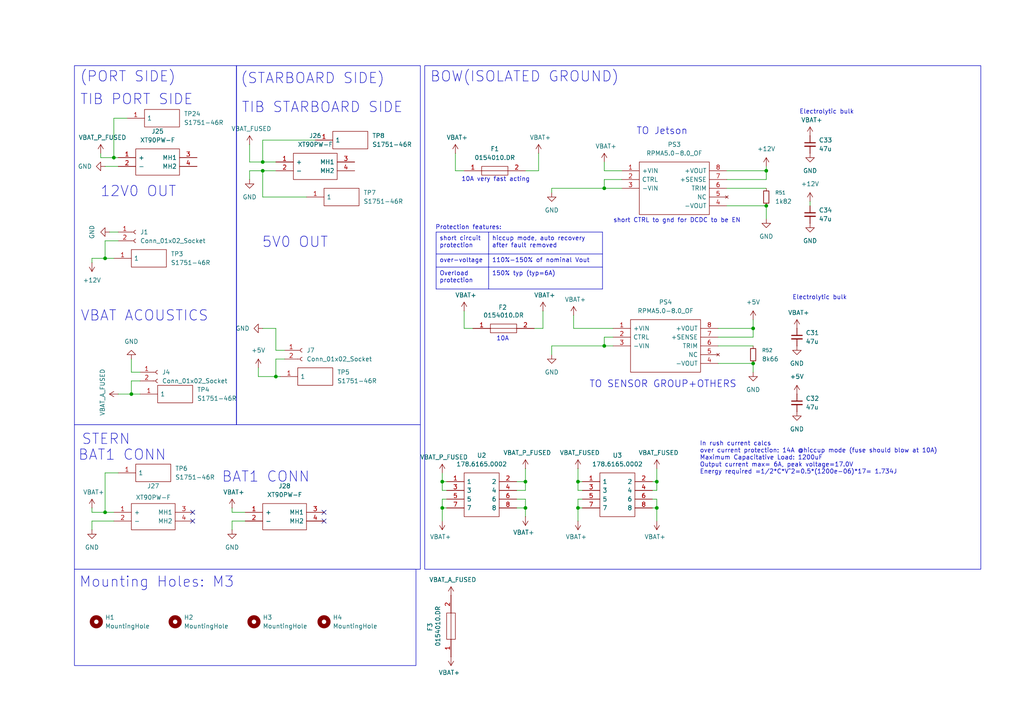
<source format=kicad_sch>
(kicad_sch (version 20250114) (generator "eeschema") (generator_version "9.0")
  (paper "A4")
  (rectangle (start 68.58 19.05) (end 121.92 123.19))
  (rectangle (start 21.59 165.1) (end 120.65 193.04))
  (rectangle (start 123.19 19.05) (end 284.48 165.1))
  (rectangle (start 303.53 121.92) (end 486.41 156.21))
  (rectangle (start 303.53 0) (end 377.19 121.92))
  (rectangle (start 377.19 0) (end 433.07 121.92))
  (rectangle (start 302.26 161.29) (end 379.73 270.51))
  (rectangle (start 21.59 123.19) (end 121.92 165.1))
  (rectangle (start 21.59 19.05) (end 68.58 123.19))
  (rectangle (start 379.73 161.29) (end 463.55 222.25))
  (text "12V0 OUT\n" (at 40.132 55.626 0) (effects (font (size 3 3))))
  (text "Electrolytic bulk" (at 237.744 86.36 0) (effects (font (size 1.27 1.27))))
  (text "PYR CHANNEL CONNECTORS" (at 335.026 165.354 0) (effects (font (size 3 3))))
  (text "BAT1 CONN " (at 78.232 138.43 0) (effects (font (size 3 3))))
  (text "10A very fast acting" (at 143.764 52.07 0) (effects (font (size 1.27 1.27))))
  (text "SERVO CONNECTORS\n" (at 345.694 2.286 0) (effects (font (size 3 3))))
  (text "2S CONN" (at 392.176 3.556 0) (effects (font (size 3 3))))
  (text "Electrolytic bulk" (at 239.776 32.512 0) (effects (font (size 1.27 1.27))))
  (text "TO MCU\n" (at 405.638 168.91 0) (effects (font (size 3 3))))
  (text "(STARBOARD SIDE)\n" (at 90.678 22.86 0) (effects (font (size 3 3))))
  (text "Also serves as an connection to cameras through vifly cam switcher" (at 342.646 7.62 0) (effects (font (size 1.27 1.27))))
  (text "Mounting Holes: M3\n" (at 45.466 168.91 0) (effects (font (size 3 3))))
  (text "short CTRL to gnd for DCDC to be EN" (at 196.342 64.008 0) (effects (font (size 1.27 1.27))))
  (text "TOP ENTRY JST GH" (at 395.478 44.45 0) (effects (font (size 2 2))))
  (text "Protection features:" (at 135.89 66.04 0) (effects (font (size 1.27 1.27))))
  (text "(PORT SIDE)" (at 37.084 22.352 0) (effects (font (size 3 3))))
  (text "TO Jetson\n" (at 192.024 38.1 0) (effects (font (size 2 2))))
  (text "VBAT ACOUSTICS" (at 41.91 91.694 0) (effects (font (size 3 3))))
  (text "TIB PORT SIDE" (at 39.624 28.956 0) (effects (font (size 3 3))))
  (text "TO CHARGER MCU\n" (at 400.812 38.862 0) (effects (font (size 3 3))))
  (text "In rush current calcs\nover current protection: 14A @hiccup mode (fuse should blow at 10A)\nMaximum Capacitative Load: 1200uF\nOutput current max= 6A, peak voltage=17.0V\nEnergy required =1/2*C*V^2=0.5*(1200e-06)*17= 1.734J\n" (at 202.946 132.842 0) (effects (font (size 1.27 1.27)) (justify left)))
  (text "5V0 OUT\n" (at 85.598 70.358 0) (effects (font (size 3 3))))
  (text "STERN" (at 30.734 127.508 0) (effects (font (size 3 3))))
  (text "10A\n" (at 145.796 98.298 0) (effects (font (size 1.27 1.27))))
  (text "BAT1 CONN \n" (at 36.576 132.08 0) (effects (font (size 3 3))))
  (text "TO SENSOR GROUP+OTHERS" (at 192.278 111.506 0) (effects (font (size 2 2))))
  (text "BOW(ISOLATED GROUND)" (at 152.146 22.352 0) (effects (font (size 3 3))))
  (text "POWER BUS CONNECTORS" (at 333.756 153.924 0) (effects (font (size 3 3))))
  (text "TIB STARBOARD SIDE" (at 93.472 31.242 0) (effects (font (size 3 3))))
  (junction (at 76.2 49.53))
  (junction (at 222.25 59.69))
  (junction (at 128.27 139.7))
  (junction (at 332.74 132.08))
  (junction (at 323.85 109.22))
  (junction (at 467.36 132.08))
  (junction (at 38.1 114.3))
  (junction (at 175.26 100.33))
  (junction (at 389.89 17.78))
  (junction (at 30.48 148.59))
  (junction (at 167.64 139.7))
  (junction (at 76.2 46.99))
  (junction (at 325.12 54.61))
  (junction (at 167.64 147.32))
  (junction (at 30.48 74.93))
  (junction (at 33.02 45.72))
  (junction (at 325.12 24.13))
  (junction (at 152.4 139.7))
  (junction (at 222.25 49.53))
  (junction (at 415.29 54.61))
  (junction (at 190.5 139.7))
  (junction (at 175.26 54.61))
  (junction (at 323.85 111.76))
  (junction (at 382.27 57.15))
  (junction (at 325.12 83.82))
  (junction (at 325.12 81.28))
  (junction (at 354.33 24.13))
  (junction (at 389.89 15.24))
  (junction (at 128.27 147.32))
  (junction (at 218.44 105.41))
  (junction (at 80.01 109.22))
  (junction (at 190.5 147.32))
  (junction (at 375.92 132.08))
  (junction (at 152.4 147.32))
  (junction (at 325.12 57.15))
  (junction (at 417.83 132.08))
  (junction (at 218.44 95.25))
  (junction (at 415.29 57.15))
  (junction (at 325.12 26.67))
  (no_connect (at 340.36 214.63))
  (no_connect (at 93.98 148.59))
  (no_connect (at 341.63 196.85))
  (no_connect (at 306.07 234.95))
  (no_connect (at 340.36 212.09))
  (no_connect (at 306.07 213.36))
  (no_connect (at 306.07 193.04))
  (no_connect (at 350.52 132.08))
  (no_connect (at 306.07 210.82))
  (no_connect (at 307.34 134.62))
  (no_connect (at 55.88 148.59))
  (no_connect (at 392.43 132.08))
  (no_connect (at 392.43 134.62))
  (no_connect (at 93.98 151.13))
  (no_connect (at 306.07 255.27))
  (no_connect (at 306.07 190.5))
  (no_connect (at 408.94 80.01))
  (no_connect (at 350.52 134.62))
  (no_connect (at 341.63 194.31))
  (no_connect (at 441.96 134.62))
  (no_connect (at 307.34 132.08))
  (no_connect (at 55.88 151.13))
  (no_connect (at 306.07 232.41))
  (no_connect (at 306.07 257.81))
  (no_connect (at 408.94 82.55))
  (no_connect (at 441.96 132.08))
  (wire (pts (xy 364.49 196.85) (xy 364.49 199.39)))
  (wire (pts (xy 128.27 139.7) (xy 128.27 142.24)))
  (wire (pts (xy 316.23 111.76) (xy 323.85 111.76)))
  (wire (pts (xy 370.84 134.62) (xy 373.38 134.62)))
  (wire (pts (xy 134.62 95.25) (xy 137.16 95.25)))
  (wire (pts (xy 328.93 195.58) (xy 328.93 193.04)))
  (wire (pts (xy 80.01 46.99) (xy 76.2 46.99)))
  (wire (pts (xy 156.21 44.45) (xy 156.21 49.53)))
  (wire (pts (xy 210.82 59.69) (xy 222.25 59.69)))
  (wire (pts (xy 328.93 213.36) (xy 326.39 213.36)))
  (wire (pts (xy 464.82 134.62) (xy 464.82 137.16)))
  (wire (pts (xy 354.33 24.13) (xy 354.33 25.4)))
  (wire (pts (xy 472.44 132.08) (xy 467.36 132.08)))
  (wire (pts (xy 325.12 83.82) (xy 328.93 83.82)))
  (wire (pts (xy 189.23 144.78) (xy 190.5 144.78)))
  (wire (pts (xy 33.02 34.29) (xy 33.02 45.72)))
  (wire (pts (xy 328.93 234.95) (xy 326.39 234.95)))
  (wire (pts (xy 167.64 139.7) (xy 167.64 142.24)))
  (wire (pts (xy 325.12 26.67) (xy 330.2 26.67)))
  (wire (pts (xy 327.66 134.62) (xy 330.2 134.62)))
  (wire (pts (xy 417.83 130.81) (xy 417.83 132.08)))
  (wire (pts (xy 160.02 54.61) (xy 175.26 54.61)))
  (wire (pts (xy 167.64 142.24) (xy 168.91 142.24)))
  (wire (pts (xy 328.93 237.49) (xy 328.93 234.95)))
  (wire (pts (xy 321.31 109.22) (xy 323.85 109.22)))
  (wire (pts (xy 415.29 59.69) (xy 415.29 57.15)))
  (wire (pts (xy 408.94 59.69) (xy 415.29 59.69)))
  (wire (pts (xy 316.23 26.67) (xy 325.12 26.67)))
  (wire (pts (xy 325.12 54.61) (xy 330.2 54.61)))
  (wire (pts (xy 234.95 58.42) (xy 234.95 59.69)))
  (wire (pts (xy 325.12 13.97) (xy 325.12 24.13)))
  (wire (pts (xy 177.8 97.79) (xy 175.26 97.79)))
  (wire (pts (xy 29.21 44.45) (xy 29.21 45.72)))
  (wire (pts (xy 33.02 45.72) (xy 34.29 45.72)))
  (wire (pts (xy 38.1 110.49) (xy 40.64 110.49)))
  (wire (pts (xy 34.29 67.31) (xy 31.75 67.31)))
  (wire (pts (xy 175.26 49.53) (xy 180.34 49.53)))
  (wire (pts (xy 210.82 52.07) (xy 222.25 52.07)))
  (wire (pts (xy 38.1 114.3) (xy 38.1 110.49)))
  (wire (pts (xy 157.48 90.17) (xy 157.48 95.25)))
  (wire (pts (xy 26.67 147.32) (xy 26.67 148.59)))
  (wire (pts (xy 38.1 107.95) (xy 40.64 107.95)))
  (wire (pts (xy 128.27 142.24) (xy 129.54 142.24)))
  (wire (pts (xy 323.85 118.11) (xy 323.85 111.76)))
  (wire (pts (xy 29.21 45.72) (xy 33.02 45.72)))
  (wire (pts (xy 328.93 193.04) (xy 326.39 193.04)))
  (wire (pts (xy 67.31 151.13) (xy 67.31 153.67)))
  (wire (pts (xy 383.54 54.61) (xy 382.27 54.61)))
  (wire (pts (xy 354.33 109.22) (xy 354.33 110.49)))
  (wire (pts (xy 166.37 91.44) (xy 166.37 95.25)))
  (wire (pts (xy 166.37 95.25) (xy 177.8 95.25)))
  (wire (pts (xy 360.68 25.4) (xy 360.68 24.13)))
  (wire (pts (xy 40.64 114.3) (xy 38.1 114.3)))
  (wire (pts (xy 361.95 196.85) (xy 364.49 196.85)))
  (wire (pts (xy 332.74 132.08) (xy 327.66 132.08)))
  (wire (pts (xy 316.23 85.09) (xy 316.23 83.82)))
  (wire (pts (xy 74.93 106.68) (xy 74.93 109.22)))
  (wire (pts (xy 80.01 95.25) (xy 80.01 101.6)))
  (wire (pts (xy 190.5 144.78) (xy 190.5 147.32)))
  (wire (pts (xy 67.31 148.59) (xy 71.12 148.59)))
  (wire (pts (xy 208.28 105.41) (xy 218.44 105.41)))
  (wire (pts (xy 26.67 76.2) (xy 26.67 74.93)))
  (wire (pts (xy 72.39 41.91) (xy 72.39 46.99)))
  (wire (pts (xy 326.39 97.79) (xy 323.85 97.79)))
  (wire (pts (xy 190.5 147.32) (xy 189.23 147.32)))
  (wire (pts (xy 30.48 137.16) (xy 30.48 148.59)))
  (wire (pts (xy 36.83 34.29) (xy 33.02 34.29)))
  (wire (pts (xy 156.21 49.53) (xy 152.4 49.53)))
  (wire (pts (xy 316.23 83.82) (xy 325.12 83.82)))
  (wire (pts (xy 190.5 139.7) (xy 190.5 142.24)))
  (wire (pts (xy 389.89 17.78) (xy 389.89 24.13)))
  (wire (pts (xy 222.25 52.07) (xy 222.25 49.53)))
  (wire (pts (xy 321.31 54.61) (xy 325.12 54.61)))
  (wire (pts (xy 74.93 109.22) (xy 80.01 109.22)))
  (wire (pts (xy 389.89 17.78) (xy 384.81 17.78)))
  (wire (pts (xy 415.29 54.61) (xy 415.29 53.34)))
  (wire (pts (xy 34.29 48.26) (xy 30.48 48.26)))
  (wire (pts (xy 189.23 139.7) (xy 190.5 139.7)))
  (wire (pts (xy 160.02 100.33) (xy 175.26 100.33)))
  (wire (pts (xy 30.48 69.85) (xy 30.48 74.93)))
  (wire (pts (xy 384.81 17.78) (xy 384.81 20.32)))
  (wire (pts (xy 134.62 90.17) (xy 134.62 95.25)))
  (wire (pts (xy 82.55 104.14) (xy 80.01 104.14)))
  (wire (pts (xy 323.85 109.22) (xy 330.2 109.22)))
  (wire (pts (xy 152.4 135.89) (xy 152.4 139.7)))
  (wire (pts (xy 26.67 148.59) (xy 30.48 148.59)))
  (wire (pts (xy 167.64 144.78) (xy 168.91 144.78)))
  (wire (pts (xy 208.28 97.79) (xy 218.44 97.79)))
  (wire (pts (xy 389.89 15.24) (xy 391.16 15.24)))
  (wire (pts (xy 375.92 132.08) (xy 370.84 132.08)))
  (wire (pts (xy 30.48 74.93) (xy 33.02 74.93)))
  (wire (pts (xy 320.04 24.13) (xy 325.12 24.13)))
  (wire (pts (xy 160.02 100.33) (xy 160.02 102.87)))
  (wire (pts (xy 128.27 147.32) (xy 129.54 147.32)))
  (wire (pts (xy 222.25 49.53) (xy 222.25 48.26)))
  (wire (pts (xy 175.26 54.61) (xy 180.34 54.61)))
  (wire (pts (xy 149.86 142.24) (xy 152.4 142.24)))
  (wire (pts (xy 128.27 147.32) (xy 128.27 151.13)))
  (wire (pts (xy 149.86 139.7) (xy 152.4 139.7)))
  (wire (pts (xy 80.01 49.53) (xy 76.2 49.53)))
  (wire (pts (xy 34.29 69.85) (xy 30.48 69.85)))
  (wire (pts (xy 382.27 57.15) (xy 382.27 58.42)))
  (wire (pts (xy 190.5 147.32) (xy 190.5 151.13)))
  (wire (pts (xy 325.12 91.44) (xy 325.12 83.82)))
  (wire (pts (xy 26.67 74.93) (xy 30.48 74.93)))
  (wire (pts (xy 210.82 54.61) (xy 222.25 54.61)))
  (wire (pts (xy 67.31 147.32) (xy 67.31 148.59)))
  (wire (pts (xy 33.02 151.13) (xy 26.67 151.13)))
  (wire (pts (xy 328.93 215.9) (xy 328.93 213.36)))
  (wire (pts (xy 76.2 95.25) (xy 80.01 95.25)))
  (wire (pts (xy 472.44 132.08) (xy 472.44 134.62)))
  (wire (pts (xy 408.94 57.15) (xy 415.29 57.15)))
  (wire (pts (xy 316.23 57.15) (xy 325.12 57.15)))
  (wire (pts (xy 326.39 69.85) (xy 325.12 69.85)))
  (wire (pts (xy 80.01 109.22) (xy 81.28 109.22)))
  (wire (pts (xy 167.64 144.78) (xy 167.64 147.32)))
  (wire (pts (xy 208.28 100.33) (xy 218.44 100.33)))
  (wire (pts (xy 389.89 10.16) (xy 389.89 15.24)))
  (wire (pts (xy 34.29 114.3) (xy 38.1 114.3)))
  (wire (pts (xy 72.39 46.99) (xy 76.2 46.99)))
  (wire (pts (xy 167.64 147.32) (xy 168.91 147.32)))
  (wire (pts (xy 26.67 151.13) (xy 26.67 153.67)))
  (wire (pts (xy 76.2 40.64) (xy 76.2 46.99)))
  (wire (pts (xy 384.81 13.97) (xy 384.81 15.24)))
  (wire (pts (xy 467.36 132.08) (xy 462.28 132.08)))
  (wire (pts (xy 384.81 15.24) (xy 389.89 15.24)))
  (wire (pts (xy 325.12 43.18) (xy 326.39 43.18)))
  (wire (pts (xy 30.48 148.59) (xy 33.02 148.59)))
  (wire (pts (xy 132.08 49.53) (xy 134.62 49.53)))
  (wire (pts (xy 350.52 54.61) (xy 354.33 54.61)))
  (wire (pts (xy 375.92 130.81) (xy 375.92 132.08)))
  (wire (pts (xy 208.28 95.25) (xy 218.44 95.25)))
  (wire (pts (xy 316.23 26.67) (xy 316.23 29.21)))
  (wire (pts (xy 408.94 54.61) (xy 415.29 54.61)))
  (wire (pts (xy 72.39 49.53) (xy 72.39 52.07)))
  (wire (pts (xy 189.23 142.24) (xy 190.5 142.24)))
  (wire (pts (xy 382.27 54.61) (xy 382.27 57.15)))
  (wire (pts (xy 218.44 107.95) (xy 218.44 105.41)))
  (wire (pts (xy 417.83 132.08) (xy 422.91 132.08)))
  (wire (pts (xy 167.64 147.32) (xy 167.64 151.13)))
  (wire (pts (xy 128.27 139.7) (xy 129.54 139.7)))
  (wire (pts (xy 190.5 135.89) (xy 190.5 139.7)))
  (wire (pts (xy 328.93 118.11) (xy 323.85 118.11)))
  (wire (pts (xy 88.9 57.15) (xy 76.2 57.15)))
  (wire (pts (xy 175.26 52.07) (xy 175.26 54.61)))
  (wire (pts (xy 323.85 97.79) (xy 323.85 109.22)))
  (wire (pts (xy 128.27 144.78) (xy 128.27 147.32)))
  (wire (pts (xy 325.12 81.28) (xy 328.93 81.28)))
  (wire (pts (xy 382.27 57.15) (xy 383.54 57.15)))
  (wire (pts (xy 326.39 257.81) (xy 328.93 257.81)))
  (wire (pts (xy 321.31 81.28) (xy 325.12 81.28)))
  (wire (pts (xy 152.4 147.32) (xy 149.86 147.32)))
  (wire (pts (xy 218.44 97.79) (xy 218.44 95.25)))
  (wire (pts (xy 332.74 132.08) (xy 336.55 132.08)))
  (wire (pts (xy 152.4 139.7) (xy 152.4 142.24)))
  (wire (pts (xy 76.2 49.53) (xy 72.39 49.53)))
  (wire (pts (xy 160.02 54.61) (xy 160.02 55.88)))
  (wire (pts (xy 323.85 111.76) (xy 330.2 111.76)))
  (wire (pts (xy 353.06 81.28) (xy 353.06 82.55)))
  (wire (pts (xy 363.22 217.17) (xy 363.22 214.63)))
  (wire (pts (xy 326.39 63.5) (xy 325.12 63.5)))
  (wire (pts (xy 152.4 147.32) (xy 152.4 149.86)))
  (wire (pts (xy 350.52 24.13) (xy 354.33 24.13)))
  (wire (pts (xy 360.68 24.13) (xy 354.33 24.13)))
  (wire (pts (xy 375.92 132.08) (xy 381 132.08)))
  (wire (pts (xy 417.83 132.08) (xy 412.75 132.08)))
  (wire (pts (xy 415.29 134.62) (xy 415.29 137.16)))
  (wire (pts (xy 175.26 46.99) (xy 175.26 49.53)))
  (wire (pts (xy 152.4 144.78) (xy 152.4 147.32)))
  (wire (pts (xy 128.27 137.16) (xy 128.27 139.7)))
  (wire (pts (xy 167.64 135.89) (xy 167.64 139.7)))
  (wire (pts (xy 325.12 24.13) (xy 330.2 24.13)))
  (wire (pts (xy 149.86 144.78) (xy 152.4 144.78)))
  (wire (pts (xy 316.23 111.76) (xy 316.23 114.3)))
  (wire (pts (xy 38.1 104.14) (xy 38.1 107.95)))
  (wire (pts (xy 76.2 57.15) (xy 76.2 49.53)))
  (wire (pts (xy 157.48 95.25) (xy 154.94 95.25)))
  (wire (pts (xy 167.64 139.7) (xy 168.91 139.7)))
  (wire (pts (xy 71.12 151.13) (xy 67.31 151.13)))
  (wire (pts (xy 210.82 49.53) (xy 222.25 49.53)))
  (wire (pts (xy 175.26 100.33) (xy 177.8 100.33)))
  (wire (pts (xy 363.22 214.63) (xy 360.68 214.63)))
  (wire (pts (xy 325.12 57.15) (xy 330.2 57.15)))
  (wire (pts (xy 391.16 17.78) (xy 389.89 17.78)))
  (wire (pts (xy 328.93 257.81) (xy 328.93 260.35)))
  (wire (pts (xy 80.01 104.14) (xy 80.01 109.22)))
  (wire (pts (xy 373.38 134.62) (xy 373.38 137.16)))
  (wire (pts (xy 412.75 134.62) (xy 415.29 134.62)))
  (wire (pts (xy 349.25 81.28) (xy 353.06 81.28)))
  (wire (pts (xy 325.12 26.67) (xy 325.12 33.02)))
  (wire (pts (xy 91.44 40.64) (xy 76.2 40.64)))
  (wire (pts (xy 350.52 109.22) (xy 354.33 109.22)))
  (wire (pts (xy 325.12 69.85) (xy 325.12 81.28)))
  (wire (pts (xy 325.12 43.18) (xy 325.12 54.61)))
  (wire (pts (xy 316.23 57.15) (xy 316.23 59.69)))
  (wire (pts (xy 132.08 44.45) (xy 132.08 49.53)))
  (wire (pts (xy 415.29 57.15) (xy 415.29 54.61)))
  (wire (pts (xy 82.55 101.6) (xy 80.01 101.6)))
  (wire (pts (xy 128.27 144.78) (xy 129.54 144.78)))
  (wire (pts (xy 332.74 130.81) (xy 332.74 132.08)))
  (wire (pts (xy 175.26 97.79) (xy 175.26 100.33)))
  (wire (pts (xy 330.2 134.62) (xy 330.2 137.16)))
  (wire (pts (xy 325.12 63.5) (xy 325.12 57.15)))
  (wire (pts (xy 218.44 95.25) (xy 218.44 92.71)))
  (wire (pts (xy 222.25 59.69) (xy 222.25 63.5)))
  (wire (pts (xy 462.28 134.62) (xy 464.82 134.62)))
  (wire (pts (xy 467.36 130.81) (xy 467.36 132.08)))
  (wire (pts (xy 326.39 91.44) (xy 325.12 91.44)))
  (wire (pts (xy 180.34 52.07) (xy 175.26 52.07)))
  (wire (pts (xy 34.29 137.16) (xy 30.48 137.16)))
  (table (column_count 2) (border (external yes) (header yes)) (separators (rows yes) (cols yes)) (column_widths 15.24 33.02) (row_heights 6.35 3.81 6.35) (cells (table_cell "short circuit protection" (at 126.492 67.31 0) (size 15.24 6.35) (margins 0.9525 0.9525 0.9525 0.9525) (span 1 1)) (table_cell "hiccup mode, auto recovery after fault removed" (at 141.732 67.31 0) (size 33.02 6.35) (margins 0.9525 0.9525 0.9525 0.9525) (span 1 1)) (table_cell "over-voltage" (at 126.492 73.66 0) (size 15.24 3.81) (margins 0.9525 0.9525 0.9525 0.9525) (span 1 1)) (table_cell "110%-150% of nominal Vout" (at 141.732 73.66 0) (size 33.02 3.81) (margins 0.9525 0.9525 0.9525 0.9525) (span 1 1)) (table_cell "Overload protection" (at 126.492 77.47 0) (size 15.24 6.35) (margins 0.9525 0.9525 0.9525 0.9525) (span 1 1)) (table_cell "150% typ (typ=6A)" (at 141.732 77.47 0) (size 33.02 6.35) (margins 0.9525 0.9525 0.9525 0.9525) (span 1 1))))
  (table (column_count 3) (border (external yes) (header yes)) (separators (rows yes) (cols yes)) (column_widths 20.32 20.32 31.75) (row_heights 6.35 2.54 5.08 2.54 2.54 2.54 2.54 2.54 2.54 2.54 2.54 2.54 2.54 2.54) (cells (table_cell "Device Name" (at 107.95 218.44 0) (size 20.32 6.35) (margins 0.9525 0.9525 0.9525 0.9525) (span 1 1)) (table_cell "Power Consumption(V,A,W)" (at 128.27 218.44 0) (size 20.32 6.35) (margins 0.9525 0.9525 0.9525 0.9525) (span 1 1)) (table_cell "Remarks" (at 148.59 218.44 0) (size 31.75 6.35) (margins 0.9525 0.9525 0.9525 0.9525) (span 1 1)) (table_cell "Orin Nano" (at 107.95 224.79 0) (size 20.32 2.54) (margins 0.9525 0.9525 0.9525 0.9525) (span 1 1)) (table_cell ">5A @12V" (at 128.27 224.79 0) (size 20.32 2.54) (margins 0.9525 0.9525 0.9525 0.9525) (span 1 1)) (table_cell "" (at 148.59 224.79 0) (size 31.75 2.54) (margins 0.9525 0.9525 0.9525 0.9525) (span 1 1)) (table_cell "Sensors group" (at 107.95 227.33 0) (size 20.32 5.08) (margins 0.9525 0.9525 0.9525 0.9525) (span 1 1)) (table_cell "5,?,?" (at 128.27 227.33 0) (size 20.32 5.08) (margins 0.9525 0.9525 0.9525 0.9525) (span 1 1)) (table_cell "isolated ground requirement" (at 148.59 227.33 0) (size 31.75 5.08) (margins 0.9525 0.9525 0.9525 0.9525) (span 1 1)) (table_cell "" (at 107.95 232.41 0) (size 20.32 2.54) (margins 0.9525 0.9525 0.9525 0.9525) (span 1 1)) (table_cell "" (at 128.27 232.41 0) (size 20.32 2.54) (margins 0.9525 0.9525 0.9525 0.9525) (span 1 1)) (table_cell "" (at 148.59 232.41 0) (size 31.75 2.54) (margins 0.9525 0.9525 0.9525 0.9525) (span 1 1)) (table_cell "" (at 107.95 234.95 0) (size 20.32 2.54) (margins 0.9525 0.9525 0.9525 0.9525) (span 1 1)) (table_cell "" (at 128.27 234.95 0) (size 20.32 2.54) (margins 0.9525 0.9525 0.9525 0.9525) (span 1 1)) (table_cell "" (at 148.59 234.95 0) (size 31.75 2.54) (margins 0.9525 0.9525 0.9525 0.9525) (span 1 1)) (table_cell "" (at 107.95 237.49 0) (size 20.32 2.54) (margins 0.9525 0.9525 0.9525 0.9525) (span 1 1)) (table_cell "" (at 128.27 237.49 0) (size 20.32 2.54) (margins 0.9525 0.9525 0.9525 0.9525) (span 1 1)) (table_cell "" (at 148.59 237.49 0) (size 31.75 2.54) (margins 0.9525 0.9525 0.9525 0.9525) (span 1 1)) (table_cell "" (at 107.95 240.03 0) (size 20.32 2.54) (margins 0.9525 0.9525 0.9525 0.9525) (span 1 1)) (table_cell "" (at 128.27 240.03 0) (size 20.32 2.54) (margins 0.9525 0.9525 0.9525 0.9525) (span 1 1)) (table_cell "" (at 148.59 240.03 0) (size 31.75 2.54) (margins 0.9525 0.9525 0.9525 0.9525) (span 1 1)) (table_cell "" (at 107.95 242.57 0) (size 20.32 2.54) (margins 0.9525 0.9525 0.9525 0.9525) (span 1 1)) (table_cell "" (at 128.27 242.57 0) (size 20.32 2.54) (margins 0.9525 0.9525 0.9525 0.9525) (span 1 1)) (table_cell "" (at 148.59 242.57 0) (size 31.75 2.54) (margins 0.9525 0.9525 0.9525 0.9525) (span 1 1)) (table_cell "" (at 107.95 245.11 0) (size 20.32 2.54) (margins 0.9525 0.9525 0.9525 0.9525) (span 1 1)) (table_cell "" (at 128.27 245.11 0) (size 20.32 2.54) (margins 0.9525 0.9525 0.9525 0.9525) (span 1 1)) (table_cell "" (at 148.59 245.11 0) (size 31.75 2.54) (margins 0.9525 0.9525 0.9525 0.9525) (span 1 1)) (table_cell "" (at 107.95 247.65 0) (size 20.32 2.54) (margins 0.9525 0.9525 0.9525 0.9525) (span 1 1)) (table_cell "" (at 128.27 247.65 0) (size 20.32 2.54) (margins 0.9525 0.9525 0.9525 0.9525) (span 1 1)) (table_cell "" (at 148.59 247.65 0) (size 31.75 2.54) (margins 0.9525 0.9525 0.9525 0.9525) (span 1 1)) (table_cell "" (at 107.95 250.19 0) (size 20.32 2.54) (margins 0.9525 0.9525 0.9525 0.9525) (span 1 1)) (table_cell "" (at 128.27 250.19 0) (size 20.32 2.54) (margins 0.9525 0.9525 0.9525 0.9525) (span 1 1)) (table_cell "" (at 148.59 250.19 0) (size 31.75 2.54) (margins 0.9525 0.9525 0.9525 0.9525) (span 1 1)) (table_cell "" (at 107.95 252.73 0) (size 20.32 2.54) (margins 0.9525 0.9525 0.9525 0.9525) (span 1 1)) (table_cell "" (at 128.27 252.73 0) (size 20.32 2.54) (margins 0.9525 0.9525 0.9525 0.9525) (span 1 1)) (table_cell "" (at 148.59 252.73 0) (size 31.75 2.54) (margins 0.9525 0.9525 0.9525 0.9525) (span 1 1)) (table_cell "" (at 107.95 255.27 0) (size 20.32 2.54) (margins 0.9525 0.9525 0.9525 0.9525) (span 1 1)) (table_cell "" (at 128.27 255.27 0) (size 20.32 2.54) (margins 0.9525 0.9525 0.9525 0.9525) (span 1 1)) (table_cell "" (at 148.59 255.27 0) (size 31.75 2.54) (margins 0.9525 0.9525 0.9525 0.9525) (span 1 1)) (table_cell "" (at 107.95 257.81 0) (size 20.32 2.54) (margins 0.9525 0.9525 0.9525 0.9525) (span 1 1)) (table_cell "" (at 128.27 257.81 0) (size 20.32 2.54) (margins 0.9525 0.9525 0.9525 0.9525) (span 1 1)) (table_cell "" (at 148.59 257.81 0) (size 31.75 2.54) (margins 0.9525 0.9525 0.9525 0.9525) (span 1 1))))
  (global_label "PYR_2" (shape input) (at 326.39 210.82 0) (property "Intersheetrefs" "${INTERSHEET_REFS}" (effects (hide yes))))
  (global_label "Vbat_sense_alert" (shape input) (at 408.94 62.23 0) (property "Intersheetrefs" "${INTERSHEET_REFS}" (effects (hide yes))))
  (global_label "MOTOR_3" (shape input) (at 417.83 205.74 0) (property "Intersheetrefs" "${INTERSHEET_REFS}" (effects (hide yes))))
  (global_label "MOTOR_4" (shape input) (at 417.83 203.2 0) (property "Intersheetrefs" "${INTERSHEET_REFS}" (effects (hide yes))))
  (global_label "MOTOR_3" (shape output) (at 321.31 81.28 180) (property "Intersheetrefs" "${INTERSHEET_REFS}" (effects (hide yes))))
  (global_label "HEATER2+" (shape output) (at 360.68 212.09 0) (property "Intersheetrefs" "${INTERSHEET_REFS}" (effects (hide yes))))
  (global_label "I2C2_SCL" (shape input) (at 408.94 64.77 0) (property "Intersheetrefs" "${INTERSHEET_REFS}" (effects (hide yes))))
  (global_label "GPIO3_EN" (shape input) (at 417.83 195.58 0) (property "Intersheetrefs" "${INTERSHEET_REFS}" (effects (hide yes))))
  (global_label "HEATER1+" (shape output) (at 361.95 194.31 0) (property "Intersheetrefs" "${INTERSHEET_REFS}" (effects (hide yes))))
  (global_label "PYR_1" (shape input) (at 326.39 190.5 0) (property "Intersheetrefs" "${INTERSHEET_REFS}" (effects (hide yes))))
  (global_label "MOTOR_2" (shape output) (at 321.31 54.61 180) (property "Intersheetrefs" "${INTERSHEET_REFS}" (effects (hide yes))))
  (global_label "5VDC_BUS2_EN" (shape input) (at 408.94 74.93 0) (property "Intersheetrefs" "${INTERSHEET_REFS}" (effects (hide yes))))
  (global_label "12VDC_BUS2_EN" (shape input) (at 408.94 69.85 0) (property "Intersheetrefs" "${INTERSHEET_REFS}" (effects (hide yes))))
  (global_label "GPIO1_EN" (shape input) (at 417.83 200.66 0) (property "Intersheetrefs" "${INTERSHEET_REFS}" (effects (hide yes))))
  (global_label "12VDC_BUS1_EN" (shape input) (at 408.94 72.39 0) (property "Intersheetrefs" "${INTERSHEET_REFS}" (effects (hide yes))))
  (global_label "I2C2_SDA" (shape input) (at 408.94 67.31 0) (property "Intersheetrefs" "${INTERSHEET_REFS}" (effects (hide yes))))
  (global_label "MOTOR_1" (shape output) (at 320.04 24.13 180) (property "Intersheetrefs" "${INTERSHEET_REFS}" (effects (hide yes))))
  (global_label "MOTOR_1" (shape input) (at 417.83 210.82 0) (property "Intersheetrefs" "${INTERSHEET_REFS}" (effects (hide yes))))
  (global_label "GPIO2_EN" (shape input) (at 417.83 198.12 0) (property "Intersheetrefs" "${INTERSHEET_REFS}" (effects (hide yes))))
  (global_label "PYR_3" (shape input) (at 326.39 232.41 0) (property "Intersheetrefs" "${INTERSHEET_REFS}" (effects (hide yes))))
  (global_label "MOTOR_2" (shape input) (at 417.83 208.28 0) (property "Intersheetrefs" "${INTERSHEET_REFS}" (effects (hide yes))))
  (global_label "GPIO4_EN" (shape input) (at 417.83 193.04 0) (property "Intersheetrefs" "${INTERSHEET_REFS}" (effects (hide yes))))
  (global_label "PYR_4" (shape input) (at 326.39 255.27 0) (property "Intersheetrefs" "${INTERSHEET_REFS}" (effects (hide yes))))
  (global_label "5VDC_BUS1_EN" (shape input) (at 408.94 77.47 0) (property "Intersheetrefs" "${INTERSHEET_REFS}" (effects (hide yes))))
  (global_label "MOTOR_4" (shape output) (at 321.31 109.22 180) (property "Intersheetrefs" "${INTERSHEET_REFS}" (effects (hide yes))))
  (symbol (lib_id "power:+BATT") (at 167.64 135.89 0) (unit 1)
    (property "Reference" "#PWR0132" (effects (hide yes)))
    (property "Value" "VBAT_FUSED" (at 168.148 131.318 0))
    (property "Description" "Power symbol creates a global label with name \"+BATT\"" (effects (hide yes)))
  )
  (symbol (lib_id "power:+5V") (at 222.25 48.26 0) (unit 1)
    (property "Reference" "#PWR0112" (effects (hide yes)))
    (property "Value" "+12V" (at 222.25 43.18 0))
    (property "Description" "Power symbol creates a global label with name \"+5V\"" (effects (hide yes)))
  )
  (symbol (lib_id "power:+BATT") (at 364.49 199.39 180) (unit 1) (on_board no) (dnp yes)
    (property "Reference" "#PWR0161" (effects (hide yes)))
    (property "Value" "VBAT+" (at 363.982 203.962 0))
    (property "Description" "Power symbol creates a global label with name \"+BATT\"" (effects (hide yes)))
  )
  (symbol (lib_id "power:+BATT") (at 328.93 215.9 180) (unit 1) (on_board no) (dnp yes)
    (property "Reference" "#PWR0151" (effects (hide yes)))
    (property "Value" "VBAT+" (at 328.422 220.472 0))
    (property "Description" "Power symbol creates a global label with name \"+BATT\"" (effects (hide yes)))
  )
  (symbol (lib_id "samac_sys:S2761-46R") (at 325.12 33.02 0) (unit 1) (on_board no) (dnp yes)
    (property "Reference" "TP10" (at 341.63 31.7499 0) (effects (justify left)))
    (property "Value" "S2761-46R" (at 341.63 34.2899 0) (effects (justify left)))
    (property "Footprint" "SamacSys_Parts:S276146R" (effects (hide yes)))
    (property "Datasheet" "https://www.mouser.fr/ProductDetail/Harwin/S2761-46R?qs=DaxoyN%2FvrebHvZaagZ7Fog%3D%3D" (effects (hide yes)))
    (property "Description" "Circuit Board Hardware - PCB SMT Mini Test Terminal, Reel" (effects (hide yes)))
    (property "Height" "0.5" (effects (hide yes)))
    (property "Mouser Part Number" "855-S2761-46R" (effects (hide yes)))
    (property "Mouser Price/Stock" "https://www.mouser.co.uk/ProductDetail/Harwin/S2761-46R?qs=DaxoyN%2FvrebHvZaagZ7Fog%3D%3D" (effects (hide yes)))
    (property "Manufacturer_Name" "Harwin" (effects (hide yes)))
    (property "Manufacturer_Part_Number" "S2761-46R" (effects (hide yes)))
  )
  (symbol (lib_id "samac_sys:S2761-46R") (at 472.44 134.62 270) (unit 1) (on_board no) (dnp yes)
    (property "Reference" "TP23" (at 476.25 143.5099 90) (effects (justify left)))
    (property "Value" "S2761-46R" (at 476.25 146.0499 90) (effects (justify left)))
    (property "Footprint" "SamacSys_Parts:S276146R" (effects (hide yes)))
    (property "Datasheet" "https://www.mouser.fr/ProductDetail/Harwin/S2761-46R?qs=DaxoyN%2FvrebHvZaagZ7Fog%3D%3D" (effects (hide yes)))
    (property "Description" "Circuit Board Hardware - PCB SMT Mini Test Terminal, Reel" (effects (hide yes)))
    (property "Height" "0.5" (effects (hide yes)))
    (property "Mouser Part Number" "855-S2761-46R" (effects (hide yes)))
    (property "Mouser Price/Stock" "https://www.mouser.co.uk/ProductDetail/Harwin/S2761-46R?qs=DaxoyN%2FvrebHvZaagZ7Fog%3D%3D" (effects (hide yes)))
    (property "Manufacturer_Name" "Harwin" (effects (hide yes)))
    (property "Manufacturer_Part_Number" "S2761-46R" (effects (hide yes)))
  )
  (symbol (lib_id "samac_sys:43650-0211") (at 341.63 194.31 0) (unit 1) (on_board no) (dnp yes)
    (property "Reference" "J18" (at 351.79 186.69 0))
    (property "Value" "43650-0211" (at 351.79 189.23 0))
    (property "Footprint" "SamacSys_Parts:43650-02YY_091011" (effects (hide yes)))
    (property "Datasheet" "https://www.molex.com/pdm_docs/sd/436500209_sd.pdf" (effects (hide yes)))
    (property "Description" "Micro-Fit 3.0 Right-Angle Header, 3.00mm Pitch, Single Row, 2 Circuits, with PCB Press-fit Metal Retention Clip, Glow-Wire Capable, Black, Tape and Reel" (effects (hide yes)))
    (property "Height" "5.57" (effects (hide yes)))
    (property "Mouser Part Number" "538-43650-0211" (effects (hide yes)))
    (property "Mouser Price/Stock" "https://www.mouser.co.uk/ProductDetail/Molex/43650-0211?qs=z57USrEQgt0F0sS1hGS9Bw%3D%3D" (effects (hide yes)))
    (property "Manufacturer_Name" "Molex" (effects (hide yes)))
    (property "Manufacturer_Part_Number" "43650-0211" (effects (hide yes)))
  )
  (symbol (lib_id "power:GND1") (at 231.14 100.33 0) (unit 1)
    (property "Reference" "#PWR0115" (effects (hide yes)))
    (property "Value" "GND" (at 231.14 105.41 0))
    (property "Description" "Power symbol creates a global label with name \"GND1\" , ground" (effects (hide yes)))
  )
  (symbol (lib_id "power:+BATT") (at 316.23 114.3 180) (unit 1) (on_board no) (dnp yes)
    (property "Reference" "#PWR0149" (effects (hide yes)))
    (property "Value" "VBAT+" (at 315.722 118.872 0))
    (property "Description" "Power symbol creates a global label with name \"+BATT\"" (effects (hide yes)))
  )
  (symbol (lib_id "power:+BATT") (at 190.5 151.13 180) (unit 1)
    (property "Reference" "#PWR0131" (effects (hide yes)))
    (property "Value" "VBAT+" (at 189.992 155.702 0))
    (property "Description" "Power symbol creates a global label with name \"+BATT\"" (effects (hide yes)))
  )
  (symbol (lib_id "samac_sys:S2761-46R") (at 389.89 10.16 0) (unit 1) (on_board no) (dnp yes)
    (property "Reference" "TP20" (at 406.4 8.8899 0) (effects (justify left)))
    (property "Value" "S2761-46R" (at 406.4 11.4299 0) (effects (justify left)))
    (property "Footprint" "samac_sys:S276146R" (effects (hide yes)))
    (property "Datasheet" "https://www.mouser.fr/ProductDetail/Harwin/S2761-46R?qs=DaxoyN%2FvrebHvZaagZ7Fog%3D%3D" (effects (hide yes)))
    (property "Description" "Circuit Board Hardware - PCB SMT Mini Test Terminal, Reel" (effects (hide yes)))
    (property "Height" "0.5" (effects (hide yes)))
    (property "Mouser Part Number" "855-S2761-46R" (effects (hide yes)))
    (property "Mouser Price/Stock" "https://www.mouser.co.uk/ProductDetail/Harwin/S2761-46R?qs=DaxoyN%2FvrebHvZaagZ7Fog%3D%3D" (effects (hide yes)))
    (property "Manufacturer_Name" "Harwin" (effects (hide yes)))
    (property "Manufacturer_Part_Number" "S2761-46R" (effects (hide yes)))
  )
  (symbol (lib_id "Device:C_Small") (at 231.14 97.79 0) (unit 1)
    (property "Reference" "C31" (at 233.68 96.5262 0) (effects (justify left)))
    (property "Value" "47u" (at 233.68 99.0662 0) (effects (justify left)))
    (property "Footprint" "Capacitor_THT:C_Radial_D6.3mm_H5.0mm_P2.50mm" (effects (hide yes)))
    (property "Description" "Unpolarized capacitor, small symbol" (effects (hide yes)))
  )
  (symbol (lib_id "power:+BATT") (at 26.67 147.32 0) (unit 1)
    (property "Reference" "#PWR090" (effects (hide yes)))
    (property "Value" "VBAT+" (at 27.178 142.748 0))
    (property "Description" "Power symbol creates a global label with name \"+BATT\"" (effects (hide yes)))
  )
  (symbol (lib_id "power:+BATT") (at 384.81 13.97 0) (unit 1) (on_board no) (dnp yes)
    (property "Reference" "#PWR0165" (effects (hide yes)))
    (property "Value" "VBAT+" (at 384.81 8.89 0))
    (property "Description" "Power symbol creates a global label with name \"+BATT\"" (effects (hide yes)))
  )
  (symbol (lib_id "power:GND1") (at 354.33 110.49 0) (unit 1) (on_board no) (dnp yes)
    (property "Reference" "#PWR0159" (effects (hide yes)))
    (property "Value" "GND" (at 354.33 115.57 0))
    (property "Description" "Power symbol creates a global label with name \"GND1\" , ground" (effects (hide yes)))
  )
  (symbol (lib_id "SamacSys_Parts:S1751-46R") (at 36.83 34.29 0) (unit 1)
    (property "Reference" "TP24" (at 53.34 33.0199 0) (effects (justify left)))
    (property "Value" "S1751-46R" (at 53.34 35.5599 0) (effects (justify left)))
    (property "Footprint" "SamacSys_Parts:S175146R" (effects (hide yes)))
    (property "Datasheet" "https://cdn.harwin.com/pdfs/S1751R.pdf" (effects (hide yes)))
    (property "Description" "EZ_Boardware SMT Test Point 2.0mm high S1751-46R, Brass Grounding Contact Used with Surface Mount, 3.25 x 2 x 1.65" (effects (hide yes)))
    (property "Description_1" "EZ_Boardware SMT Test Point 2.0mm high S1751-46R, Brass Grounding Contact Used with Surface Mount, 3.25 x 2 x 1.65" (effects (hide yes)))
    (property "Height" "2" (effects (hide yes)))
    (property "Mouser Part Number" "855-S1751-46R" (effects (hide yes)))
    (property "Mouser Price/Stock" "https://www.mouser.co.uk/ProductDetail/Harwin/S1751-46R?qs=l6ZPVqNVZb71wETAKrfRig%3D%3D" (effects (hide yes)))
    (property "Manufacturer_Name" "Harwin" (effects (hide yes)))
    (property "Manufacturer_Part_Number" "S1751-46R" (effects (hide yes)))
  )
  (symbol (lib_id "samac_sys:S2761-46R") (at 326.39 69.85 0) (unit 1) (on_board no) (dnp yes)
    (property "Reference" "TP13" (at 342.9 68.5799 0) (effects (justify left)))
    (property "Value" "S2761-46R" (at 342.9 71.1199 0) (effects (justify left)))
    (property "Footprint" "SamacSys_Parts:S276146R" (effects (hide yes)))
    (property "Datasheet" "https://www.mouser.fr/ProductDetail/Harwin/S2761-46R?qs=DaxoyN%2FvrebHvZaagZ7Fog%3D%3D" (effects (hide yes)))
    (property "Description" "Circuit Board Hardware - PCB SMT Mini Test Terminal, Reel" (effects (hide yes)))
    (property "Height" "0.5" (effects (hide yes)))
    (property "Mouser Part Number" "855-S2761-46R" (effects (hide yes)))
    (property "Mouser Price/Stock" "https://www.mouser.co.uk/ProductDetail/Harwin/S2761-46R?qs=DaxoyN%2FvrebHvZaagZ7Fog%3D%3D" (effects (hide yes)))
    (property "Manufacturer_Name" "Harwin" (effects (hide yes)))
    (property "Manufacturer_Part_Number" "S2761-46R" (effects (hide yes)))
  )
  (symbol (lib_id "samac_sys:43650-0211") (at 350.52 132.08 0) (unit 1) (on_board no) (dnp yes)
    (property "Reference" "J19" (at 360.68 124.46 0))
    (property "Value" "43650-0211" (at 360.68 127 0))
    (property "Footprint" "SamacSys_Parts:43650-02YY_091011" (effects (hide yes)))
    (property "Datasheet" "https://www.molex.com/pdm_docs/sd/436500209_sd.pdf" (effects (hide yes)))
    (property "Description" "Micro-Fit 3.0 Right-Angle Header, 3.00mm Pitch, Single Row, 2 Circuits, with PCB Press-fit Metal Retention Clip, Glow-Wire Capable, Black, Tape and Reel" (effects (hide yes)))
    (property "Height" "5.57" (effects (hide yes)))
    (property "Mouser Part Number" "538-43650-0211" (effects (hide yes)))
    (property "Mouser Price/Stock" "https://www.mouser.co.uk/ProductDetail/Molex/43650-0211?qs=z57USrEQgt0F0sS1hGS9Bw%3D%3D" (effects (hide yes)))
    (property "Manufacturer_Name" "Molex" (effects (hide yes)))
    (property "Manufacturer_Part_Number" "43650-0211" (effects (hide yes)))
  )
  (symbol (lib_id "Device:C_Small") (at 231.14 116.84 0) (unit 1)
    (property "Reference" "C32" (at 233.68 115.5762 0) (effects (justify left)))
    (property "Value" "47u" (at 233.68 118.1162 0) (effects (justify left)))
    (property "Footprint" "Capacitor_THT:C_Radial_D6.3mm_H5.0mm_P2.50mm" (effects (hide yes)))
    (property "Description" "Unpolarized capacitor, small symbol" (effects (hide yes)))
  )
  (symbol (lib_id "Connector:Conn_01x02_Socket") (at 45.72 107.95 0) (unit 1)
    (property "Reference" "J4" (at 46.99 107.9499 0) (effects (justify left)))
    (property "Value" "Conn_01x02_Socket" (at 46.99 110.4899 0) (effects (justify left)))
    (property "Footprint" "Connector_AMASS:AMASS_XT60-F_1x02_P7.20mm_Vertical" (effects (hide yes)))
    (property "Description" "Generic connector, single row, 01x02, script generated" (effects (hide yes)))
  )
  (symbol (lib_id "power:+BATT") (at 316.23 85.09 180) (unit 1) (on_board no) (dnp yes)
    (property "Reference" "#PWR0148" (effects (hide yes)))
    (property "Value" "VBAT+" (at 315.722 89.662 0))
    (property "Description" "Power symbol creates a global label with name \"+BATT\"" (effects (hide yes)))
  )
  (symbol (lib_id "samac_sys:43650-0312") (at 330.2 54.61 0) (unit 1) (on_board no) (dnp yes)
    (property "Reference" "J15" (at 340.106 46.99 0))
    (property "Value" "43650-0312" (at 340.614 49.784 0))
    (property "Footprint" "Connector_Molex:Molex_Micro-Fit_3.0_43650-0300_1x03_P3.00mm_Horizontal" (effects (hide yes)))
    (property "Datasheet" "https://www.molex.com/pdm_docs/sd/436500212_sd.pdf" (effects (hide yes)))
    (property "Description" "3 way 1 row r/a surface mount PCB header Molex MICRO-FIT 3.0 Series, Series Number 43650, 3mm Pitch 3 Way 1 Row Shrouded Right Angle PCB Header, Surface Mount" (effects (hide yes)))
    (property "Height" "5.57" (effects (hide yes)))
    (property "Mouser Part Number" "538-43650-0312" (effects (hide yes)))
    (property "Mouser Price/Stock" "https://www.mouser.co.uk/ProductDetail/Molex/43650-0312?qs=AplfTeSvkkAYEFE5jiJQ4Q%3D%3D" (effects (hide yes)))
    (property "Manufacturer_Name" "Molex" (effects (hide yes)))
    (property "Manufacturer_Part_Number" "43650-0312" (effects (hide yes)))
  )
  (symbol (lib_id "power:VCC") (at 467.36 130.81 0) (unit 1) (on_board no) (dnp yes)
    (property "Reference" "#PWR0175" (effects (hide yes)))
    (property "Value" "5VDC_BUS2" (at 464.058 127 0) (effects (justify left)))
    (property "Description" "Power symbol creates a global label with name \"VCC\"" (effects (hide yes)))
  )
  (symbol (lib_id "power:+BATT") (at 328.93 195.58 180) (unit 1) (on_board no) (dnp yes)
    (property "Reference" "#PWR0150" (effects (hide yes)))
    (property "Value" "VBAT+" (at 328.422 200.152 0))
    (property "Description" "Power symbol creates a global label with name \"+BATT\"" (effects (hide yes)))
  )
  (symbol (lib_id "Connector:Conn_01x02_Socket") (at 39.37 67.31 0) (unit 1)
    (property "Reference" "J1" (at 40.64 67.3099 0) (effects (justify left)))
    (property "Value" "Conn_01x02_Socket" (at 40.64 69.8499 0) (effects (justify left)))
    (property "Footprint" "Connector_AMASS:AMASS_XT60-F_1x02_P7.20mm_Vertical" (effects (hide yes)))
    (property "Description" "Generic connector, single row, 01x02, script generated" (effects (hide yes)))
  )
  (symbol (lib_id "power:+BATT") (at 152.4 149.86 180) (unit 1)
    (property "Reference" "#PWR0129" (effects (hide yes)))
    (property "Value" "VBAT+" (at 151.892 154.432 0))
    (property "Description" "Power symbol creates a global label with name \"+BATT\"" (effects (hide yes)))
  )
  (symbol (lib_id "power:GND1") (at 382.27 58.42 0) (unit 1) (on_board no) (dnp yes)
    (property "Reference" "#PWR0164" (effects (hide yes)))
    (property "Value" "GND" (at 382.27 63.5 0))
    (property "Description" "Power symbol creates a global label with name \"GND1\" , ground" (effects (hide yes)))
  )
  (symbol (lib_id "power:GND1") (at 417.83 190.5 90) (unit 1) (on_board no) (dnp yes)
    (property "Reference" "#PWR0173" (effects (hide yes)))
    (property "Value" "GND" (at 421.64 190.4999 90) (effects (justify right)))
    (property "Description" "Power symbol creates a global label with name \"GND1\" , ground" (effects (hide yes)))
  )
  (symbol (lib_id "power:GND1") (at 160.02 102.87 0) (unit 1)
    (property "Reference" "#PWR0107" (effects (hide yes)))
    (property "Value" "GND" (at 160.02 107.95 0))
    (property "Description" "Power symbol creates a global label with name \"GND1\" , ground" (effects (hide yes)))
  )
  (symbol (lib_id "power:GND1") (at 76.2 95.25 270) (unit 1)
    (property "Reference" "#PWR0101" (effects (hide yes)))
    (property "Value" "GND" (at 72.39 95.2499 90) (effects (justify right)))
    (property "Description" "Power symbol creates a global label with name \"GND1\" , ground" (effects (hide yes)))
  )
  (symbol (lib_id "samac_sys:43650-0211") (at 306.07 210.82 0) (unit 1) (on_board no) (dnp yes)
    (property "Reference" "J9" (at 316.23 203.2 0))
    (property "Value" "43650-0211" (at 316.23 205.74 0))
    (property "Footprint" "SamacSys_Parts:43650-02YY_091011" (effects (hide yes)))
    (property "Datasheet" "https://www.molex.com/pdm_docs/sd/436500209_sd.pdf" (effects (hide yes)))
    (property "Description" "Micro-Fit 3.0 Right-Angle Header, 3.00mm Pitch, Single Row, 2 Circuits, with PCB Press-fit Metal Retention Clip, Glow-Wire Capable, Black, Tape and Reel" (effects (hide yes)))
    (property "Height" "5.57" (effects (hide yes)))
    (property "Mouser Part Number" "538-43650-0211" (effects (hide yes)))
    (property "Mouser Price/Stock" "https://www.mouser.co.uk/ProductDetail/Molex/43650-0211?qs=z57USrEQgt0F0sS1hGS9Bw%3D%3D" (effects (hide yes)))
    (property "Manufacturer_Name" "Molex" (effects (hide yes)))
    (property "Manufacturer_Part_Number" "43650-0211" (effects (hide yes)))
  )
  (symbol (lib_id "samac_sys:43650-0211") (at 306.07 255.27 0) (unit 1) (on_board no) (dnp yes)
    (property "Reference" "J11" (at 316.23 247.65 0))
    (property "Value" "43650-0211" (at 316.23 250.19 0))
    (property "Footprint" "SamacSys_Parts:43650-02YY_091011" (effects (hide yes)))
    (property "Datasheet" "https://www.molex.com/pdm_docs/sd/436500209_sd.pdf" (effects (hide yes)))
    (property "Description" "Micro-Fit 3.0 Right-Angle Header, 3.00mm Pitch, Single Row, 2 Circuits, with PCB Press-fit Metal Retention Clip, Glow-Wire Capable, Black, Tape and Reel" (effects (hide yes)))
    (property "Height" "5.57" (effects (hide yes)))
    (property "Mouser Part Number" "538-43650-0211" (effects (hide yes)))
    (property "Mouser Price/Stock" "https://www.mouser.co.uk/ProductDetail/Molex/43650-0211?qs=z57USrEQgt0F0sS1hGS9Bw%3D%3D" (effects (hide yes)))
    (property "Manufacturer_Name" "Molex" (effects (hide yes)))
    (property "Manufacturer_Part_Number" "43650-0211" (effects (hide yes)))
  )
  (symbol (lib_id "Mechanical:MountingHole") (at 73.66 180.34 0) (unit 1) (in_bom no)
    (property "Reference" "H3" (at 76.2 179.0699 0) (effects (justify left)))
    (property "Value" "MountingHole" (at 76.2 181.6099 0) (effects (justify left)))
    (property "Footprint" "MountingHole:MountingHole_3.2mm_M3_ISO7380" (effects (hide yes)))
    (property "Description" "Mounting Hole without connection" (effects (hide yes)))
  )
  (symbol (lib_id "Device:C_Small") (at 234.95 62.23 0) (unit 1)
    (property "Reference" "C34" (at 237.49 60.9662 0) (effects (justify left)))
    (property "Value" "47u" (at 237.49 63.5062 0) (effects (justify left)))
    (property "Footprint" "Capacitor_THT:C_Radial_D6.3mm_H5.0mm_P2.50mm" (effects (hide yes)))
    (property "Description" "Unpolarized capacitor, small symbol" (effects (hide yes)))
  )
  (symbol (lib_id "Mechanical:MountingHole") (at 27.94 180.34 0) (unit 1) (in_bom no)
    (property "Reference" "H1" (at 30.48 179.0699 0) (effects (justify left)))
    (property "Value" "MountingHole" (at 30.48 181.6099 0) (effects (justify left)))
    (property "Footprint" "MountingHole:MountingHole_3.2mm_M3_ISO7380" (effects (hide yes)))
    (property "Description" "Mounting Hole without connection" (effects (hide yes)))
  )
  (symbol (lib_id "power:GND1") (at 26.67 153.67 0) (unit 1)
    (property "Reference" "#PWR091" (effects (hide yes)))
    (property "Value" "GND" (at 26.67 158.75 0))
    (property "Description" "Power symbol creates a global label with name \"GND1\" , ground" (effects (hide yes)))
  )
  (symbol (lib_id "samac_sys:S2761-46R") (at 325.12 13.97 0) (unit 1) (on_board no) (dnp yes)
    (property "Reference" "TP9" (at 341.63 12.6999 0) (effects (justify left)))
    (property "Value" "S2761-46R" (at 341.63 15.2399 0) (effects (justify left)))
    (property "Footprint" "SamacSys_Parts:S276146R" (effects (hide yes)))
    (property "Datasheet" "https://www.mouser.fr/ProductDetail/Harwin/S2761-46R?qs=DaxoyN%2FvrebHvZaagZ7Fog%3D%3D" (effects (hide yes)))
    (property "Description" "Circuit Board Hardware - PCB SMT Mini Test Terminal, Reel" (effects (hide yes)))
    (property "Height" "0.5" (effects (hide yes)))
    (property "Mouser Part Number" "855-S2761-46R" (effects (hide yes)))
    (property "Mouser Price/Stock" "https://www.mouser.co.uk/ProductDetail/Harwin/S2761-46R?qs=DaxoyN%2FvrebHvZaagZ7Fog%3D%3D" (effects (hide yes)))
    (property "Manufacturer_Name" "Harwin" (effects (hide yes)))
    (property "Manufacturer_Part_Number" "S2761-46R" (effects (hide yes)))
  )
  (symbol (lib_id "power:+BATT") (at 156.21 44.45 0) (unit 1)
    (property "Reference" "#PWR0104" (effects (hide yes)))
    (property "Value" "VBAT+" (at 156.718 39.878 0))
    (property "Description" "Power symbol creates a global label with name \"+BATT\"" (effects (hide yes)))
  )
  (symbol (lib_id "power:+BATT") (at 152.4 135.89 0) (unit 1)
    (property "Reference" "#PWR0133" (effects (hide yes)))
    (property "Value" "VBAT_P_FUSED" (at 152.908 131.318 0))
    (property "Description" "Power symbol creates a global label with name \"+BATT\"" (effects (hide yes)))
  )
  (symbol (lib_id "samac_sys:S2761-46R") (at 381 132.08 270) (unit 1) (on_board no) (dnp yes)
    (property "Reference" "TP19" (at 384.81 140.9699 90) (effects (justify left)))
    (property "Value" "S2761-46R" (at 384.81 143.5099 90) (effects (justify left)))
    (property "Footprint" "SamacSys_Parts:S276146R" (effects (hide yes)))
    (property "Datasheet" "https://www.mouser.fr/ProductDetail/Harwin/S2761-46R?qs=DaxoyN%2FvrebHvZaagZ7Fog%3D%3D" (effects (hide yes)))
    (property "Description" "Circuit Board Hardware - PCB SMT Mini Test Terminal, Reel" (effects (hide yes)))
    (property "Height" "0.5" (effects (hide yes)))
    (property "Mouser Part Number" "855-S2761-46R" (effects (hide yes)))
    (property "Mouser Price/Stock" "https://www.mouser.co.uk/ProductDetail/Harwin/S2761-46R?qs=DaxoyN%2FvrebHvZaagZ7Fog%3D%3D" (effects (hide yes)))
    (property "Manufacturer_Name" "Harwin" (effects (hide yes)))
    (property "Manufacturer_Part_Number" "S2761-46R" (effects (hide yes)))
  )
  (symbol (lib_id "power:+BATT") (at 130.81 190.5 180) (unit 1)
    (property "Reference" "#PWR0135" (effects (hide yes)))
    (property "Value" "VBAT+" (at 130.302 195.072 0))
    (property "Description" "Power symbol creates a global label with name \"+BATT\"" (effects (hide yes)))
  )
  (symbol (lib_id "power:GND1") (at 218.44 107.95 0) (unit 1)
    (property "Reference" "#PWR0111" (effects (hide yes)))
    (property "Value" "GND" (at 218.44 113.03 0))
    (property "Description" "Power symbol creates a global label with name \"GND1\" , ground" (effects (hide yes)))
  )
  (symbol (lib_id "SamacSys_Parts:RPMA5.0-8.0_OF") (at 180.34 49.53 0) (unit 1)
    (property "Reference" "PS3" (at 195.58 41.91 0))
    (property "Value" "RPMA5.0-8.0_OF" (at 195.58 44.45 0))
    (property "Footprint" "SamacSys_Parts:RPMA5080OF" (effects (hide yes)))
    (property "Datasheet" "https://recom-power.com/pdf/Innoline/RPMA-8.0_OF.pdf" (effects (hide yes)))
    (property "Description" "8 Amp 1/32 Brick Open Frame Single Output" (effects (hide yes)))
    (property "Description_1" "8 Amp 1/32 Brick Open Frame Single Output" (effects (hide yes)))
    (property "Height" "9.6" (effects (hide yes)))
    (property "Mouser Part Number" "919-RPMA5.0-8.0/OF" (effects (hide yes)))
    (property "Mouser Price/Stock" "https://www.mouser.co.uk/ProductDetail/RECOM-Power/RPMA50-80-OF?qs=A6eO%252BMLsxmStgIfFv8pvFQ%3D%3D" (effects (hide yes)))
    (property "Manufacturer_Name" "RECOM Power" (effects (hide yes)))
    (property "Manufacturer_Part_Number" "RPMA5.0-8.0/OF" (effects (hide yes)))
  )
  (symbol (lib_id "power:+BATT") (at 167.64 151.13 180) (unit 1)
    (property "Reference" "#PWR0130" (effects (hide yes)))
    (property "Value" "VBAT+" (at 167.132 155.702 0))
    (property "Description" "Power symbol creates a global label with name \"+BATT\"" (effects (hide yes)))
  )
  (symbol (lib_id "power:+BATT") (at 328.93 237.49 180) (unit 1) (on_board no) (dnp yes)
    (property "Reference" "#PWR0152" (effects (hide yes)))
    (property "Value" "VBAT+" (at 328.422 242.062 0))
    (property "Description" "Power symbol creates a global label with name \"+BATT\"" (effects (hide yes)))
  )
  (symbol (lib_id "power:GND1") (at 354.33 25.4 0) (unit 1) (on_board no) (dnp yes)
    (property "Reference" "#PWR0157" (effects (hide yes)))
    (property "Value" "GND" (at 354.33 30.48 0))
    (property "Description" "Power symbol creates a global label with name \"GND1\" , ground" (effects (hide yes)))
  )
  (symbol (lib_id "samac_sys:S2761-46R") (at 336.55 132.08 270) (unit 1) (on_board no) (dnp yes)
    (property "Reference" "TP17" (at 340.36 140.9699 90) (effects (justify left)))
    (property "Value" "S2761-46R" (at 340.36 143.5099 90) (effects (justify left)))
    (property "Footprint" "SamacSys_Parts:S276146R" (effects (hide yes)))
    (property "Datasheet" "https://www.mouser.fr/ProductDetail/Harwin/S2761-46R?qs=DaxoyN%2FvrebHvZaagZ7Fog%3D%3D" (effects (hide yes)))
    (property "Description" "Circuit Board Hardware - PCB SMT Mini Test Terminal, Reel" (effects (hide yes)))
    (property "Height" "0.5" (effects (hide yes)))
    (property "Mouser Part Number" "855-S2761-46R" (effects (hide yes)))
    (property "Mouser Price/Stock" "https://www.mouser.co.uk/ProductDetail/Harwin/S2761-46R?qs=DaxoyN%2FvrebHvZaagZ7Fog%3D%3D" (effects (hide yes)))
    (property "Manufacturer_Name" "Harwin" (effects (hide yes)))
    (property "Manufacturer_Part_Number" "S2761-46R" (effects (hide yes)))
  )
  (symbol (lib_id "power:+5V") (at 218.44 92.71 0) (unit 1)
    (property "Reference" "#PWR0110" (effects (hide yes)))
    (property "Value" "+5V" (at 218.44 87.63 0))
    (property "Description" "Power symbol creates a global label with name \"+5V\"" (effects (hide yes)))
  )
  (symbol (lib_id "SamacSys_Parts:S1751-46R") (at 34.29 137.16 0) (unit 1)
    (property "Reference" "TP6" (at 50.8 135.8899 0) (effects (justify left)))
    (property "Value" "S1751-46R" (at 50.8 138.4299 0) (effects (justify left)))
    (property "Footprint" "SamacSys_Parts:S175146R" (effects (hide yes)))
    (property "Datasheet" "https://cdn.harwin.com/pdfs/S1751R.pdf" (effects (hide yes)))
    (property "Description" "EZ_Boardware SMT Test Point 2.0mm high S1751-46R, Brass Grounding Contact Used with Surface Mount, 3.25 x 2 x 1.65" (effects (hide yes)))
    (property "Description_1" "EZ_Boardware SMT Test Point 2.0mm high S1751-46R, Brass Grounding Contact Used with Surface Mount, 3.25 x 2 x 1.65" (effects (hide yes)))
    (property "Height" "2" (effects (hide yes)))
    (property "Mouser Part Number" "855-S1751-46R" (effects (hide yes)))
    (property "Mouser Price/Stock" "https://www.mouser.co.uk/ProductDetail/Harwin/S1751-46R?qs=l6ZPVqNVZb71wETAKrfRig%3D%3D" (effects (hide yes)))
    (property "Manufacturer_Name" "Harwin" (effects (hide yes)))
    (property "Manufacturer_Part_Number" "S1751-46R" (effects (hide yes)))
  )
  (symbol (lib_id "power:GND1") (at 417.83 187.96 90) (unit 1) (on_board no) (dnp yes)
    (property "Reference" "#PWR0172" (effects (hide yes)))
    (property "Value" "GND" (at 421.64 187.9599 90) (effects (justify right)))
    (property "Description" "Power symbol creates a global label with name \"GND1\" , ground" (effects (hide yes)))
  )
  (symbol (lib_id "SamacSys_Parts:XT90PW-F") (at 102.87 49.53 180) (unit 1)
    (property "Reference" "J26" (at 91.44 39.37 0))
    (property "Value" "XT90PW-F" (at 91.44 41.91 0))
    (property "Footprint" "XT90PWF" (effects (hide yes)))
    (property "Datasheet" "https://www.tme.eu/Document/7357a049cc8e5ea73e34d2124a313a81/XT90PW.pdf" (effects (hide yes)))
    (property "Description" "Connector: DC supply; socket; female; XT90; 40A; 500V; PIN: 2; THT" (effects (hide yes)))
    (property "Description_1" "Connector: DC supply; socket; female; XT90; 40A; 500V; PIN: 2; THT" (effects (hide yes)))
    (property "Height" "10.3" (effects (hide yes)))
    (property "Manufacturer_Name" "Amass" (effects (hide yes)))
    (property "Manufacturer_Part_Number" "XT90PW-F" (effects (hide yes)))
  )
  (symbol (lib_id "samac_sys:S2761-46R") (at 422.91 132.08 270) (unit 1) (on_board no) (dnp yes)
    (property "Reference" "TP22" (at 426.72 140.9699 90) (effects (justify left)))
    (property "Value" "S2761-46R" (at 426.72 143.5099 90) (effects (justify left)))
    (property "Footprint" "SamacSys_Parts:S276146R" (effects (hide yes)))
    (property "Datasheet" "https://www.mouser.fr/ProductDetail/Harwin/S2761-46R?qs=DaxoyN%2FvrebHvZaagZ7Fog%3D%3D" (effects (hide yes)))
    (property "Description" "Circuit Board Hardware - PCB SMT Mini Test Terminal, Reel" (effects (hide yes)))
    (property "Height" "0.5" (effects (hide yes)))
    (property "Mouser Part Number" "855-S2761-46R" (effects (hide yes)))
    (property "Mouser Price/Stock" "https://www.mouser.co.uk/ProductDetail/Harwin/S2761-46R?qs=DaxoyN%2FvrebHvZaagZ7Fog%3D%3D" (effects (hide yes)))
    (property "Manufacturer_Name" "Harwin" (effects (hide yes)))
    (property "Manufacturer_Part_Number" "S2761-46R" (effects (hide yes)))
  )
  (symbol (lib_id "samac_sys:43650-0211") (at 306.07 232.41 0) (unit 1) (on_board no) (dnp yes)
    (property "Reference" "J10" (at 316.23 224.79 0))
    (property "Value" "43650-0211" (at 316.23 227.33 0))
    (property "Footprint" "SamacSys_Parts:43650-02YY_091011" (effects (hide yes)))
    (property "Datasheet" "https://www.molex.com/pdm_docs/sd/436500209_sd.pdf" (effects (hide yes)))
    (property "Description" "Micro-Fit 3.0 Right-Angle Header, 3.00mm Pitch, Single Row, 2 Circuits, with PCB Press-fit Metal Retention Clip, Glow-Wire Capable, Black, Tape and Reel" (effects (hide yes)))
    (property "Height" "5.57" (effects (hide yes)))
    (property "Mouser Part Number" "538-43650-0211" (effects (hide yes)))
    (property "Mouser Price/Stock" "https://www.mouser.co.uk/ProductDetail/Molex/43650-0211?qs=z57USrEQgt0F0sS1hGS9Bw%3D%3D" (effects (hide yes)))
    (property "Manufacturer_Name" "Molex" (effects (hide yes)))
    (property "Manufacturer_Part_Number" "43650-0211" (effects (hide yes)))
  )
  (symbol (lib_id "power:GND1") (at 354.33 54.61 0) (unit 1) (on_board no) (dnp yes)
    (property "Reference" "#PWR0158" (effects (hide yes)))
    (property "Value" "GND" (at 354.33 59.69 0))
    (property "Description" "Power symbol creates a global label with name \"GND1\" , ground" (effects (hide yes)))
  )
  (symbol (lib_id "power:+BATT") (at 132.08 44.45 0) (unit 1)
    (property "Reference" "#PWR0102" (effects (hide yes)))
    (property "Value" "VBAT+" (at 132.588 39.878 0))
    (property "Description" "Power symbol creates a global label with name \"+BATT\"" (effects (hide yes)))
  )
  (symbol (lib_id "power:GND1") (at 234.95 64.77 0) (unit 1)
    (property "Reference" "#PWR0121" (effects (hide yes)))
    (property "Value" "GND" (at 234.95 69.85 0))
    (property "Description" "Power symbol creates a global label with name \"GND1\" , ground" (effects (hide yes)))
  )
  (symbol (lib_id "power:+BATT") (at 316.23 29.21 180) (unit 1) (on_board no) (dnp yes)
    (property "Reference" "#PWR0146" (effects (hide yes)))
    (property "Value" "VBAT+" (at 315.722 33.782 0))
    (property "Description" "Power symbol creates a global label with name \"+BATT\"" (effects (hide yes)))
  )
  (symbol (lib_id "SamacSys_Parts:BM12B-GHS-TBT_LF__SN_") (at 383.54 54.61 0) (unit 1) (on_board no) (dnp yes)
    (property "Reference" "J20" (at 396.24 46.99 0))
    (property "Value" "BM12B-GHS-TBT_LF__SN_" (at 396.24 49.53 0))
    (property "Footprint" "SamacSys_Parts:BM12BGHSTBTLFSN" (effects (hide yes)))
    (property "Datasheet" "http://www.jst-mfg.com/product/pdf/eng/eGH.pdf" (effects (hide yes)))
    (property "Description" "JST GH Series, 1.25mm Pitch 12 Way Straight PCB Header, Solder Termination, 1A" (effects (hide yes)))
    (property "Description_1" "JST GH Series, 1.25mm Pitch 12 Way Straight PCB Header, Solder Termination, 1A" (effects (hide yes)))
    (property "Height" "4.05" (effects (hide yes)))
    (property "Mouser Part Number" "306-BM12BGHSTBTLFSNN" (effects (hide yes)))
    (property "Mouser Price/Stock" "https://www.mouser.co.uk/ProductDetail/JST-Commercial/BM12B-GHS-TBTLFSN?qs=cdbOS8ANM9BhtmB61R8tHg%3D%3D" (effects (hide yes)))
    (property "Manufacturer_Name" "JST (JAPAN SOLDERLESS TERMINALS)" (effects (hide yes)))
    (property "Manufacturer_Part_Number" "BM12B-GHS-TBT(LF)(SN)" (effects (hide yes)))
  )
  (symbol (lib_id "samac_sys:S2761-46R") (at 389.89 24.13 0) (unit 1) (on_board no) (dnp yes)
    (property "Reference" "TP21" (at 406.4 22.8599 0) (effects (justify left)))
    (property "Value" "S2761-46R" (at 406.4 25.3999 0) (effects (justify left)))
    (property "Footprint" "samac_sys:S276146R" (effects (hide yes)))
    (property "Datasheet" "https://www.mouser.fr/ProductDetail/Harwin/S2761-46R?qs=DaxoyN%2FvrebHvZaagZ7Fog%3D%3D" (effects (hide yes)))
    (property "Description" "Circuit Board Hardware - PCB SMT Mini Test Terminal, Reel" (effects (hide yes)))
    (property "Height" "0.5" (effects (hide yes)))
    (property "Mouser Part Number" "855-S2761-46R" (effects (hide yes)))
    (property "Mouser Price/Stock" "https://www.mouser.co.uk/ProductDetail/Harwin/S2761-46R?qs=DaxoyN%2FvrebHvZaagZ7Fog%3D%3D" (effects (hide yes)))
    (property "Manufacturer_Name" "Harwin" (effects (hide yes)))
    (property "Manufacturer_Part_Number" "S2761-46R" (effects (hide yes)))
  )
  (symbol (lib_id "power:+BATT") (at 316.23 59.69 180) (unit 1) (on_board no) (dnp yes)
    (property "Reference" "#PWR0147" (effects (hide yes)))
    (property "Value" "VBAT+" (at 315.722 64.262 0))
    (property "Description" "Power symbol creates a global label with name \"+BATT\"" (effects (hide yes)))
  )
  (symbol (lib_id "samac_sys:43650-0211") (at 392.43 132.08 0) (unit 1) (on_board no) (dnp yes)
    (property "Reference" "J21" (at 402.59 124.46 0))
    (property "Value" "43650-0211" (at 402.59 127 0))
    (property "Footprint" "SamacSys_Parts:43650-02YY_091011" (effects (hide yes)))
    (property "Datasheet" "https://www.molex.com/pdm_docs/sd/436500209_sd.pdf" (effects (hide yes)))
    (property "Description" "Micro-Fit 3.0 Right-Angle Header, 3.00mm Pitch, Single Row, 2 Circuits, with PCB Press-fit Metal Retention Clip, Glow-Wire Capable, Black, Tape and Reel" (effects (hide yes)))
    (property "Height" "5.57" (effects (hide yes)))
    (property "Mouser Part Number" "538-43650-0211" (effects (hide yes)))
    (property "Mouser Price/Stock" "https://www.mouser.co.uk/ProductDetail/Molex/43650-0211?qs=z57USrEQgt0F0sS1hGS9Bw%3D%3D" (effects (hide yes)))
    (property "Manufacturer_Name" "Molex" (effects (hide yes)))
    (property "Manufacturer_Part_Number" "43650-0211" (effects (hide yes)))
  )
  (symbol (lib_id "power:+BATT") (at 328.93 260.35 180) (unit 1) (on_board no) (dnp yes)
    (property "Reference" "#PWR0153" (effects (hide yes)))
    (property "Value" "VBAT+" (at 328.422 264.922 0))
    (property "Description" "Power symbol creates a global label with name \"+BATT\"" (effects (hide yes)))
  )
  (symbol (lib_id "power:+BATT") (at 375.92 130.81 0) (unit 1) (on_board no) (dnp yes)
    (property "Reference" "#PWR0163" (effects (hide yes)))
    (property "Value" "12V_BUS2" (at 376.428 126.238 0))
    (property "Description" "Power symbol creates a global label with name \"+BATT\"" (effects (hide yes)))
  )
  (symbol (lib_id "Mechanical:MountingHole") (at 50.8 180.34 0) (unit 1) (in_bom no)
    (property "Reference" "H2" (at 53.34 179.0699 0) (effects (justify left)))
    (property "Value" "MountingHole" (at 53.34 181.6099 0) (effects (justify left)))
    (property "Footprint" "MountingHole:MountingHole_3.2mm_M3_ISO7380" (effects (hide yes)))
    (property "Description" "Mounting Hole without connection" (effects (hide yes)))
  )
  (symbol (lib_id "power:+5V") (at 231.14 114.3 0) (unit 1)
    (property "Reference" "#PWR0116" (effects (hide yes)))
    (property "Value" "+5V" (at 231.14 109.22 0))
    (property "Description" "Power symbol creates a global label with name \"+5V\"" (effects (hide yes)))
  )
  (symbol (lib_id "samac_sys:43650-0312") (at 328.93 81.28 0) (unit 1) (on_board no) (dnp yes)
    (property "Reference" "J13" (at 339.09 73.66 0))
    (property "Value" "43650-0312" (at 339.09 76.2 0))
    (property "Footprint" "Connector_Molex:Molex_Micro-Fit_3.0_43650-0300_1x03_P3.00mm_Horizontal" (effects (hide yes)))
    (property "Datasheet" "https://www.molex.com/pdm_docs/sd/436500212_sd.pdf" (effects (hide yes)))
    (property "Description" "3 way 1 row r/a surface mount PCB header Molex MICRO-FIT 3.0 Series, Series Number 43650, 3mm Pitch 3 Way 1 Row Shrouded Right Angle PCB Header, Surface Mount" (effects (hide yes)))
    (property "Height" "5.57" (effects (hide yes)))
    (property "Mouser Part Number" "538-43650-0312" (effects (hide yes)))
    (property "Mouser Price/Stock" "https://www.mouser.co.uk/ProductDetail/Molex/43650-0312?qs=AplfTeSvkkAYEFE5jiJQ4Q%3D%3D" (effects (hide yes)))
    (property "Manufacturer_Name" "Molex" (effects (hide yes)))
    (property "Manufacturer_Part_Number" "43650-0312" (effects (hide yes)))
  )
  (symbol (lib_id "power:GND1") (at 67.31 153.67 0) (unit 1)
    (property "Reference" "#PWR097" (effects (hide yes)))
    (property "Value" "GND" (at 67.31 158.75 0))
    (property "Description" "Power symbol creates a global label with name \"GND1\" , ground" (effects (hide yes)))
  )
  (symbol (lib_id "samac_sys:S2761-46R") (at 326.39 63.5 0) (unit 1) (on_board no) (dnp yes)
    (property "Reference" "TP12" (at 342.9 62.2299 0) (effects (justify left)))
    (property "Value" "S2761-46R" (at 342.9 64.7699 0) (effects (justify left)))
    (property "Footprint" "SamacSys_Parts:S276146R" (effects (hide yes)))
    (property "Datasheet" "https://www.mouser.fr/ProductDetail/Harwin/S2761-46R?qs=DaxoyN%2FvrebHvZaagZ7Fog%3D%3D" (effects (hide yes)))
    (property "Description" "Circuit Board Hardware - PCB SMT Mini Test Terminal, Reel" (effects (hide yes)))
    (property "Height" "0.5" (effects (hide yes)))
    (property "Mouser Part Number" "855-S2761-46R" (effects (hide yes)))
    (property "Mouser Price/Stock" "https://www.mouser.co.uk/ProductDetail/Harwin/S2761-46R?qs=DaxoyN%2FvrebHvZaagZ7Fog%3D%3D" (effects (hide yes)))
    (property "Manufacturer_Name" "Harwin" (effects (hide yes)))
    (property "Manufacturer_Part_Number" "S2761-46R" (effects (hide yes)))
  )
  (symbol (lib_id "power:+BATT") (at 134.62 90.17 0) (unit 1)
    (property "Reference" "#PWR0103" (effects (hide yes)))
    (property "Value" "VBAT+" (at 135.128 85.598 0))
    (property "Description" "Power symbol creates a global label with name \"+BATT\"" (effects (hide yes)))
  )
  (symbol (lib_id "samac_sys:43650-0211") (at 307.34 132.08 0) (unit 1) (on_board no) (dnp yes)
    (property "Reference" "J12" (at 317.5 124.46 0))
    (property "Value" "43650-0211" (at 317.5 127 0))
    (property "Footprint" "SamacSys_Parts:43650-02YY_091011" (effects (hide yes)))
    (property "Datasheet" "https://www.molex.com/pdm_docs/sd/436500209_sd.pdf" (effects (hide yes)))
    (property "Description" "Micro-Fit 3.0 Right-Angle Header, 3.00mm Pitch, Single Row, 2 Circuits, with PCB Press-fit Metal Retention Clip, Glow-Wire Capable, Black, Tape and Reel" (effects (hide yes)))
    (property "Height" "5.57" (effects (hide yes)))
    (property "Mouser Part Number" "538-43650-0211" (effects (hide yes)))
    (property "Mouser Price/Stock" "https://www.mouser.co.uk/ProductDetail/Molex/43650-0211?qs=z57USrEQgt0F0sS1hGS9Bw%3D%3D" (effects (hide yes)))
    (property "Manufacturer_Name" "Molex" (effects (hide yes)))
    (property "Manufacturer_Part_Number" "43650-0211" (effects (hide yes)))
  )
  (symbol (lib_id "power:+5V") (at 26.67 76.2 180) (unit 1)
    (property "Reference" "#PWR088" (effects (hide yes)))
    (property "Value" "+12V" (at 26.67 81.28 0))
    (property "Description" "Power symbol creates a global label with name \"+5V\"" (effects (hide yes)))
  )
  (symbol (lib_id "SamacSys_Parts:0154010.DR") (at 137.16 95.25 0) (unit 1)
    (property "Reference" "F2" (at 145.796 89.154 0))
    (property "Value" "0154010.DR" (at 146.05 91.44 0))
    (property "Footprint" "SamacSys_Parts:0154001.DRT" (effects (hide yes)))
    (property "Datasheet" "http://m.littelfuse.com/~/media/electronics/datasheets/fuses/littelfuse_fuse_154_154t_154l_154tl_datasheet.pdf.pdf" (effects (hide yes)))
    (property "Description" "Fuse SMD OMNI-BLOK FF 10A" (effects (hide yes)))
    (property "Description_1" "Fuse SMD OMNI-BLOK FF 10A" (effects (hide yes)))
    (property "Mouser Part Number" "576-0154010.DR" (effects (hide yes)))
    (property "Mouser Price/Stock" "https://www.mouser.co.uk/ProductDetail/Littelfuse/0154010.DR?qs=gu7KAQ731UR1GjoUWIO3aA%3D%3D" (effects (hide yes)))
    (property "Manufacturer_Name" "LITTELFUSE" (effects (hide yes)))
    (property "Manufacturer_Part_Number" "0154010.DR" (effects (hide yes)))
  )
  (symbol (lib_id "samac_sys:43650-0312") (at 330.2 109.22 0) (unit 1) (on_board no) (dnp yes)
    (property "Reference" "J16" (at 340.36 101.6 0))
    (property "Value" "43650-0312" (at 340.36 104.14 0))
    (property "Footprint" "Connector_Molex:Molex_Micro-Fit_3.0_43650-0300_1x03_P3.00mm_Horizontal" (effects (hide yes)))
    (property "Datasheet" "https://www.molex.com/pdm_docs/sd/436500212_sd.pdf" (effects (hide yes)))
    (property "Description" "3 way 1 row r/a surface mount PCB header Molex MICRO-FIT 3.0 Series, Series Number 43650, 3mm Pitch 3 Way 1 Row Shrouded Right Angle PCB Header, Surface Mount" (effects (hide yes)))
    (property "Height" "5.57" (effects (hide yes)))
    (property "Mouser Part Number" "538-43650-0312" (effects (hide yes)))
    (property "Mouser Price/Stock" "https://www.mouser.co.uk/ProductDetail/Molex/43650-0312?qs=AplfTeSvkkAYEFE5jiJQ4Q%3D%3D" (effects (hide yes)))
    (property "Manufacturer_Name" "Molex" (effects (hide yes)))
    (property "Manufacturer_Part_Number" "43650-0312" (effects (hide yes)))
  )
  (symbol (lib_id "Connector:Conn_01x02_Socket") (at 87.63 101.6 0) (unit 1)
    (property "Reference" "J7" (at 88.9 101.5999 0) (effects (justify left)))
    (property "Value" "Conn_01x02_Socket" (at 88.9 104.1399 0) (effects (justify left)))
    (property "Footprint" "Connector_AMASS:AMASS_XT60-F_1x02_P7.20mm_Vertical" (effects (hide yes)))
    (property "Description" "Generic connector, single row, 01x02, script generated" (effects (hide yes)))
  )
  (symbol (lib_id "SamacSys_Parts:178.6165.0002") (at 129.54 139.7 0) (unit 1)
    (property "Reference" "U2" (at 139.7 132.08 0))
    (property "Value" "178.6165.0002" (at 139.7 134.62 0))
    (property "Footprint" "17861650002" (effects (hide yes)))
    (property "Datasheet" "https://www.littelfuse.com/~/media/commercial-vehicle/datasheets/automotive-fuse-holders/ato/littelfuse-fuse-holder-ato-flr-pcb-datasheet.pdf" (effects (hide yes)))
    (property "Description" "LITTELFUSE WICKMANN - 178.6165.0002 - FUSE HOLDER, PCB MOUNT" (effects (hide yes)))
    (property "Description_1" "LITTELFUSE WICKMANN - 178.6165.0002 - FUSE HOLDER, PCB MOUNT" (effects (hide yes)))
    (property "Height" "17" (effects (hide yes)))
    (property "Mouser Part Number" "576-178.6165.0002" (effects (hide yes)))
    (property "Mouser Price/Stock" "https://www.mouser.co.uk/ProductDetail/Littelfuse/178.6165.0002?qs=gu7KAQ731UT%2FkKyRBF134A%3D%3D" (effects (hide yes)))
    (property "Manufacturer_Name" "LITTELFUSE" (effects (hide yes)))
    (property "Manufacturer_Part_Number" "178.6165.0002" (effects (hide yes)))
  )
  (symbol (lib_id "Device:R_Small") (at 222.25 57.15 0) (unit 1)
    (property "Reference" "R51" (at 224.79 55.8799 0) (effects (font (size 1.016 1.016)) (justify left)))
    (property "Value" "1k82" (at 224.79 58.4199 0) (effects (justify left)))
    (property "Footprint" "Resistor_SMD:R_0805_2012Metric_Pad1.20x1.40mm_HandSolder" (effects (hide yes)))
    (property "Description" "Resistor, small symbol" (effects (hide yes)))
  )
  (symbol (lib_id "power:GND1") (at 417.83 182.88 90) (unit 1) (on_board no) (dnp yes)
    (property "Reference" "#PWR0170" (effects (hide yes)))
    (property "Value" "GND" (at 421.64 182.8799 90) (effects (justify right)))
    (property "Description" "Power symbol creates a global label with name \"GND1\" , ground" (effects (hide yes)))
  )
  (symbol (lib_id "power:GND1") (at 30.48 48.26 270) (unit 1)
    (property "Reference" "#PWR093" (effects (hide yes)))
    (property "Value" "GND" (at 26.67 48.2599 90) (effects (justify right)))
    (property "Description" "Power symbol creates a global label with name \"GND1\" , ground" (effects (hide yes)))
  )
  (symbol (lib_id "samac_sys:S2761-46R") (at 328.93 118.11 0) (unit 1) (on_board no) (dnp yes)
    (property "Reference" "TP16" (at 345.44 116.8399 0) (effects (justify left)))
    (property "Value" "S2761-46R" (at 345.44 119.3799 0) (effects (justify left)))
    (property "Footprint" "SamacSys_Parts:S276146R" (effects (hide yes)))
    (property "Datasheet" "https://www.mouser.fr/ProductDetail/Harwin/S2761-46R?qs=DaxoyN%2FvrebHvZaagZ7Fog%3D%3D" (effects (hide yes)))
    (property "Description" "Circuit Board Hardware - PCB SMT Mini Test Terminal, Reel" (effects (hide yes)))
    (property "Height" "0.5" (effects (hide yes)))
    (property "Mouser Part Number" "855-S2761-46R" (effects (hide yes)))
    (property "Mouser Price/Stock" "https://www.mouser.co.uk/ProductDetail/Harwin/S2761-46R?qs=DaxoyN%2FvrebHvZaagZ7Fog%3D%3D" (effects (hide yes)))
    (property "Manufacturer_Name" "Harwin" (effects (hide yes)))
    (property "Manufacturer_Part_Number" "S2761-46R" (effects (hide yes)))
  )
  (symbol (lib_id "power:GND1") (at 222.25 63.5 0) (unit 1)
    (property "Reference" "#PWR0113" (effects (hide yes)))
    (property "Value" "GND" (at 222.25 68.58 0))
    (property "Description" "Power symbol creates a global label with name \"GND1\" , ground" (effects (hide yes)))
  )
  (symbol (lib_id "samac_sys:43650-0211") (at 306.07 190.5 0) (unit 1) (on_board no) (dnp yes)
    (property "Reference" "J8" (at 316.23 182.88 0))
    (property "Value" "43650-0211" (at 316.23 185.42 0))
    (property "Footprint" "SamacSys_Parts:43650-02YY_091011" (effects (hide yes)))
    (property "Datasheet" "https://www.molex.com/pdm_docs/sd/436500209_sd.pdf" (effects (hide yes)))
    (property "Description" "Micro-Fit 3.0 Right-Angle Header, 3.00mm Pitch, Single Row, 2 Circuits, with PCB Press-fit Metal Retention Clip, Glow-Wire Capable, Black, Tape and Reel" (effects (hide yes)))
    (property "Height" "5.57" (effects (hide yes)))
    (property "Mouser Part Number" "538-43650-0211" (effects (hide yes)))
    (property "Mouser Price/Stock" "https://www.mouser.co.uk/ProductDetail/Molex/43650-0211?qs=z57USrEQgt0F0sS1hGS9Bw%3D%3D" (effects (hide yes)))
    (property "Manufacturer_Name" "Molex" (effects (hide yes)))
    (property "Manufacturer_Part_Number" "43650-0211" (effects (hide yes)))
  )
  (symbol (lib_id "power:+BATT") (at 130.81 172.72 0) (unit 1)
    (property "Reference" "#PWR0134" (effects (hide yes)))
    (property "Value" "VBAT_A_FUSED" (at 131.318 168.148 0))
    (property "Description" "Power symbol creates a global label with name \"+BATT\"" (effects (hide yes)))
  )
  (symbol (lib_id "power:GND1") (at 31.75 67.31 270) (unit 1)
    (property "Reference" "#PWR089" (effects (hide yes)))
    (property "Value" "GND" (at 26.67 67.31 0))
    (property "Description" "Power symbol creates a global label with name \"GND1\" , ground" (effects (hide yes)))
  )
  (symbol (lib_id "power:+BATT") (at 128.27 151.13 180) (unit 1)
    (property "Reference" "#PWR0122" (effects (hide yes)))
    (property "Value" "VBAT+" (at 127.762 155.702 0))
    (property "Description" "Power symbol creates a global label with name \"+BATT\"" (effects (hide yes)))
  )
  (symbol (lib_id "power:+BATT") (at 72.39 41.91 0) (unit 1)
    (property "Reference" "#PWR0127" (effects (hide yes)))
    (property "Value" "VBAT_FUSED" (at 72.898 37.338 0))
    (property "Description" "Power symbol creates a global label with name \"+BATT\"" (effects (hide yes)))
  )
  (symbol (lib_id "Device:C_Small") (at 234.95 41.91 0) (unit 1)
    (property "Reference" "C33" (at 237.49 40.6462 0) (effects (justify left)))
    (property "Value" "47u" (at 237.49 43.1862 0) (effects (justify left)))
    (property "Footprint" "Capacitor_THT:C_Radial_D6.3mm_H5.0mm_P2.50mm" (effects (hide yes)))
    (property "Description" "Unpolarized capacitor, small symbol" (effects (hide yes)))
  )
  (symbol (lib_id "samac_sys:S2761-46R") (at 326.39 97.79 0) (unit 1) (on_board no) (dnp yes)
    (property "Reference" "TP15" (at 342.9 96.5199 0) (effects (justify left)))
    (property "Value" "S2761-46R" (at 342.9 99.0599 0) (effects (justify left)))
    (property "Footprint" "SamacSys_Parts:S276146R" (effects (hide yes)))
    (property "Datasheet" "https://www.mouser.fr/ProductDetail/Harwin/S2761-46R?qs=DaxoyN%2FvrebHvZaagZ7Fog%3D%3D" (effects (hide yes)))
    (property "Description" "Circuit Board Hardware - PCB SMT Mini Test Terminal, Reel" (effects (hide yes)))
    (property "Height" "0.5" (effects (hide yes)))
    (property "Mouser Part Number" "855-S2761-46R" (effects (hide yes)))
    (property "Mouser Price/Stock" "https://www.mouser.co.uk/ProductDetail/Harwin/S2761-46R?qs=DaxoyN%2FvrebHvZaagZ7Fog%3D%3D" (effects (hide yes)))
    (property "Manufacturer_Name" "Harwin" (effects (hide yes)))
    (property "Manufacturer_Part_Number" "S2761-46R" (effects (hide yes)))
  )
  (symbol (lib_id "power:+BATT") (at 332.74 130.81 0) (unit 1) (on_board no) (dnp yes)
    (property "Reference" "#PWR0155" (effects (hide yes)))
    (property "Value" "12V_BUS1" (at 333.248 126.238 0))
    (property "Description" "Power symbol creates a global label with name \"+BATT\"" (effects (hide yes)))
  )
  (symbol (lib_id "SamacSys_Parts:S1751-46R") (at 40.64 114.3 0) (unit 1)
    (property "Reference" "TP4" (at 57.15 113.0299 0) (effects (justify left)))
    (property "Value" "S1751-46R" (at 57.15 115.5699 0) (effects (justify left)))
    (property "Footprint" "SamacSys_Parts:S175146R" (effects (hide yes)))
    (property "Datasheet" "https://cdn.harwin.com/pdfs/S1751R.pdf" (effects (hide yes)))
    (property "Description" "EZ_Boardware SMT Test Point 2.0mm high S1751-46R, Brass Grounding Contact Used with Surface Mount, 3.25 x 2 x 1.65" (effects (hide yes)))
    (property "Description_1" "EZ_Boardware SMT Test Point 2.0mm high S1751-46R, Brass Grounding Contact Used with Surface Mount, 3.25 x 2 x 1.65" (effects (hide yes)))
    (property "Height" "2" (effects (hide yes)))
    (property "Mouser Part Number" "855-S1751-46R" (effects (hide yes)))
    (property "Mouser Price/Stock" "https://www.mouser.co.uk/ProductDetail/Harwin/S1751-46R?qs=l6ZPVqNVZb71wETAKrfRig%3D%3D" (effects (hide yes)))
    (property "Manufacturer_Name" "Harwin" (effects (hide yes)))
    (property "Manufacturer_Part_Number" "S1751-46R" (effects (hide yes)))
  )
  (symbol (lib_id "power:VCC") (at 417.83 130.81 0) (unit 1) (on_board no) (dnp yes)
    (property "Reference" "#PWR0169" (effects (hide yes)))
    (property "Value" "5VDC_BUS1" (at 414.528 127 0) (effects (justify left)))
    (property "Description" "Power symbol creates a global label with name \"VCC\"" (effects (hide yes)))
  )
  (symbol (lib_id "Device:R_Small") (at 218.44 102.87 0) (unit 1)
    (property "Reference" "R52" (at 220.98 101.5999 0) (effects (font (size 1.016 1.016)) (justify left)))
    (property "Value" "8k66" (at 220.98 104.1399 0) (effects (justify left)))
    (property "Footprint" "Resistor_SMD:R_0805_2012Metric_Pad1.20x1.40mm_HandSolder" (effects (hide yes)))
    (property "Description" "Resistor, small symbol" (effects (hide yes)))
  )
  (symbol (lib_id "power:+BATT") (at 67.31 147.32 0) (unit 1)
    (property "Reference" "#PWR096" (effects (hide yes)))
    (property "Value" "VBAT+" (at 67.818 142.748 0))
    (property "Description" "Power symbol creates a global label with name \"+BATT\"" (effects (hide yes)))
  )
  (symbol (lib_id "power:GND1") (at 38.1 104.14 180) (unit 1)
    (property "Reference" "#PWR095" (effects (hide yes)))
    (property "Value" "GND" (at 38.1 99.06 0))
    (property "Description" "Power symbol creates a global label with name \"GND1\" , ground" (effects (hide yes)))
  )
  (symbol (lib_id "samac_sys:S2761-46R") (at 326.39 43.18 0) (unit 1) (on_board no) (dnp yes)
    (property "Reference" "TP11" (at 342.9 41.9099 0) (effects (justify left)))
    (property "Value" "S2761-46R" (at 342.9 44.4499 0) (effects (justify left)))
    (property "Footprint" "SamacSys_Parts:S276146R" (effects (hide yes)))
    (property "Datasheet" "https://www.mouser.fr/ProductDetail/Harwin/S2761-46R?qs=DaxoyN%2FvrebHvZaagZ7Fog%3D%3D" (effects (hide yes)))
    (property "Description" "Circuit Board Hardware - PCB SMT Mini Test Terminal, Reel" (effects (hide yes)))
    (property "Height" "0.5" (effects (hide yes)))
    (property "Mouser Part Number" "855-S2761-46R" (effects (hide yes)))
    (property "Mouser Price/Stock" "https://www.mouser.co.uk/ProductDetail/Harwin/S2761-46R?qs=DaxoyN%2FvrebHvZaagZ7Fog%3D%3D" (effects (hide yes)))
    (property "Manufacturer_Name" "Harwin" (effects (hide yes)))
    (property "Manufacturer_Part_Number" "S2761-46R" (effects (hide yes)))
  )
  (symbol (lib_id "Mechanical:MountingHole") (at 93.98 180.34 0) (unit 1) (in_bom no)
    (property "Reference" "H4" (at 96.52 179.0699 0) (effects (justify left)))
    (property "Value" "MountingHole" (at 96.52 181.6099 0) (effects (justify left)))
    (property "Footprint" "MountingHole:MountingHole_3.2mm_M3_ISO7380" (effects (hide yes)))
    (property "Description" "Mounting Hole without connection" (effects (hide yes)))
  )
  (symbol (lib_id "power:+BATT") (at 190.5 135.89 0) (unit 1)
    (property "Reference" "#PWR0125" (effects (hide yes)))
    (property "Value" "VBAT_FUSED" (at 191.008 131.318 0))
    (property "Description" "Power symbol creates a global label with name \"+BATT\"" (effects (hide yes)))
  )
  (symbol (lib_id "SamacSys_Parts:RPMA5.0-8.0_OF") (at 177.8 95.25 0) (unit 1)
    (property "Reference" "PS4" (at 193.04 87.63 0))
    (property "Value" "RPMA5.0-8.0_OF" (at 193.04 90.17 0))
    (property "Footprint" "SamacSys_Parts:RPMA5080OF" (effects (hide yes)))
    (property "Datasheet" "https://recom-power.com/pdf/Innoline/RPMA-8.0_OF.pdf" (effects (hide yes)))
    (property "Description" "8 Amp 1/32 Brick Open Frame Single Output" (effects (hide yes)))
    (property "Description_1" "8 Amp 1/32 Brick Open Frame Single Output" (effects (hide yes)))
    (property "Height" "9.6" (effects (hide yes)))
    (property "Mouser Part Number" "919-RPMA5.0-8.0/OF" (effects (hide yes)))
    (property "Mouser Price/Stock" "https://www.mouser.co.uk/ProductDetail/RECOM-Power/RPMA50-80-OF?qs=A6eO%252BMLsxmStgIfFv8pvFQ%3D%3D" (effects (hide yes)))
    (property "Manufacturer_Name" "RECOM Power" (effects (hide yes)))
    (property "Manufacturer_Part_Number" "RPMA5.0-8.0/OF" (effects (hide yes)))
  )
  (symbol (lib_id "SamacSys_Parts:0154010.DR") (at 134.62 49.53 0) (unit 1)
    (property "Reference" "F1" (at 143.51 43.18 0))
    (property "Value" "0154010.DR" (at 143.51 45.72 0))
    (property "Footprint" "SamacSys_Parts:0154001.DRT" (effects (hide yes)))
    (property "Datasheet" "http://m.littelfuse.com/~/media/electronics/datasheets/fuses/littelfuse_fuse_154_154t_154l_154tl_datasheet.pdf.pdf" (effects (hide yes)))
    (property "Description" "Fuse SMD OMNI-BLOK FF 10A" (effects (hide yes)))
    (property "Description_1" "Fuse SMD OMNI-BLOK FF 10A" (effects (hide yes)))
    (property "Mouser Part Number" "576-0154010.DR" (effects (hide yes)))
    (property "Mouser Price/Stock" "https://www.mouser.co.uk/ProductDetail/Littelfuse/0154010.DR?qs=gu7KAQ731UR1GjoUWIO3aA%3D%3D" (effects (hide yes)))
    (property "Manufacturer_Name" "LITTELFUSE" (effects (hide yes)))
    (property "Manufacturer_Part_Number" "0154010.DR" (effects (hide yes)))
  )
  (symbol (lib_id "SamacSys_Parts:XT90PW-F") (at 57.15 48.26 180) (unit 1)
    (property "Reference" "J25" (at 45.72 38.1 0))
    (property "Value" "XT90PW-F" (at 45.72 40.64 0))
    (property "Footprint" "XT90PWF" (effects (hide yes)))
    (property "Datasheet" "https://www.tme.eu/Document/7357a049cc8e5ea73e34d2124a313a81/XT90PW.pdf" (effects (hide yes)))
    (property "Description" "Connector: DC supply; socket; female; XT90; 40A; 500V; PIN: 2; THT" (effects (hide yes)))
    (property "Description_1" "Connector: DC supply; socket; female; XT90; 40A; 500V; PIN: 2; THT" (effects (hide yes)))
    (property "Height" "10.3" (effects (hide yes)))
    (property "Manufacturer_Name" "Amass" (effects (hide yes)))
    (property "Manufacturer_Part_Number" "XT90PW-F" (effects (hide yes)))
  )
  (symbol (lib_id "SamacSys_Parts:XT90PW-F") (at 93.98 151.13 180) (unit 1)
    (property "Reference" "J28" (at 82.55 140.97 0))
    (property "Value" "XT90PW-F" (at 82.55 143.51 0))
    (property "Footprint" "XT90PWF" (effects (hide yes)))
    (property "Datasheet" "https://www.tme.eu/Document/7357a049cc8e5ea73e34d2124a313a81/XT90PW.pdf" (effects (hide yes)))
    (property "Description" "Connector: DC supply; socket; female; XT90; 40A; 500V; PIN: 2; THT" (effects (hide yes)))
    (property "Description_1" "Connector: DC supply; socket; female; XT90; 40A; 500V; PIN: 2; THT" (effects (hide yes)))
    (property "Height" "10.3" (effects (hide yes)))
    (property "Manufacturer_Name" "Amass" (effects (hide yes)))
    (property "Manufacturer_Part_Number" "XT90PW-F" (effects (hide yes)))
  )
  (symbol (lib_id "SamacSys_Parts:S1751-46R") (at 88.9 57.15 0) (unit 1)
    (property "Reference" "TP7" (at 105.41 55.8799 0) (effects (justify left)))
    (property "Value" "S1751-46R" (at 105.41 58.4199 0) (effects (justify left)))
    (property "Footprint" "SamacSys_Parts:S175146R" (effects (hide yes)))
    (property "Datasheet" "https://cdn.harwin.com/pdfs/S1751R.pdf" (effects (hide yes)))
    (property "Description" "EZ_Boardware SMT Test Point 2.0mm high S1751-46R, Brass Grounding Contact Used with Surface Mount, 3.25 x 2 x 1.65" (effects (hide yes)))
    (property "Description_1" "EZ_Boardware SMT Test Point 2.0mm high S1751-46R, Brass Grounding Contact Used with Surface Mount, 3.25 x 2 x 1.65" (effects (hide yes)))
    (property "Height" "2" (effects (hide yes)))
    (property "Mouser Part Number" "855-S1751-46R" (effects (hide yes)))
    (property "Mouser Price/Stock" "https://www.mouser.co.uk/ProductDetail/Harwin/S1751-46R?qs=l6ZPVqNVZb71wETAKrfRig%3D%3D" (effects (hide yes)))
    (property "Manufacturer_Name" "Harwin" (effects (hide yes)))
    (property "Manufacturer_Part_Number" "S1751-46R" (effects (hide yes)))
  )
  (symbol (lib_id "power:+BATT") (at 128.27 137.16 0) (unit 1)
    (property "Reference" "#PWR0128" (effects (hide yes)))
    (property "Value" "VBAT_P_FUSED" (at 128.778 132.588 0))
    (property "Description" "Power symbol creates a global label with name \"+BATT\"" (effects (hide yes)))
  )
  (symbol (lib_id "power:+BATT") (at 166.37 91.44 0) (unit 1)
    (property "Reference" "#PWR0108" (effects (hide yes)))
    (property "Value" "VBAT+" (at 166.878 86.868 0))
    (property "Description" "Power symbol creates a global label with name \"+BATT\"" (effects (hide yes)))
  )
  (symbol (lib_id "power:GND1") (at 415.29 53.34 180) (unit 1) (on_board no) (dnp yes)
    (property "Reference" "#PWR0167" (effects (hide yes)))
    (property "Value" "GND" (at 415.29 48.26 0))
    (property "Description" "Power symbol creates a global label with name \"GND1\" , ground" (effects (hide yes)))
  )
  (symbol (lib_id "SamacSys_Parts:S1751-46R") (at 33.02 74.93 0) (unit 1)
    (property "Reference" "TP3" (at 49.53 73.6599 0) (effects (justify left)))
    (property "Value" "S1751-46R" (at 49.53 76.1999 0) (effects (justify left)))
    (property "Footprint" "SamacSys_Parts:S175146R" (effects (hide yes)))
    (property "Datasheet" "https://cdn.harwin.com/pdfs/S1751R.pdf" (effects (hide yes)))
    (property "Description" "EZ_Boardware SMT Test Point 2.0mm high S1751-46R, Brass Grounding Contact Used with Surface Mount, 3.25 x 2 x 1.65" (effects (hide yes)))
    (property "Description_1" "EZ_Boardware SMT Test Point 2.0mm high S1751-46R, Brass Grounding Contact Used with Surface Mount, 3.25 x 2 x 1.65" (effects (hide yes)))
    (property "Height" "2" (effects (hide yes)))
    (property "Mouser Part Number" "855-S1751-46R" (effects (hide yes)))
    (property "Mouser Price/Stock" "https://www.mouser.co.uk/ProductDetail/Harwin/S1751-46R?qs=l6ZPVqNVZb71wETAKrfRig%3D%3D" (effects (hide yes)))
    (property "Manufacturer_Name" "Harwin" (effects (hide yes)))
    (property "Manufacturer_Part_Number" "S1751-46R" (effects (hide yes)))
  )
  (symbol (lib_id "samac_sys:S2761-46R") (at 326.39 91.44 0) (unit 1) (on_board no) (dnp yes)
    (property "Reference" "TP14" (at 342.9 90.1699 0) (effects (justify left)))
    (property "Value" "S2761-46R" (at 342.9 92.7099 0) (effects (justify left)))
    (property "Footprint" "SamacSys_Parts:S276146R" (effects (hide yes)))
    (property "Datasheet" "https://www.mouser.fr/ProductDetail/Harwin/S2761-46R?qs=DaxoyN%2FvrebHvZaagZ7Fog%3D%3D" (effects (hide yes)))
    (property "Description" "Circuit Board Hardware - PCB SMT Mini Test Terminal, Reel" (effects (hide yes)))
    (property "Height" "0.5" (effects (hide yes)))
    (property "Mouser Part Number" "855-S2761-46R" (effects (hide yes)))
    (property "Mouser Price/Stock" "https://www.mouser.co.uk/ProductDetail/Harwin/S2761-46R?qs=DaxoyN%2FvrebHvZaagZ7Fog%3D%3D" (effects (hide yes)))
    (property "Manufacturer_Name" "Harwin" (effects (hide yes)))
    (property "Manufacturer_Part_Number" "S2761-46R" (effects (hide yes)))
  )
  (symbol (lib_id "SamacSys_Parts:XT90PW-F") (at 55.88 151.13 180) (unit 1)
    (property "Reference" "J27" (at 44.45 140.97 0))
    (property "Value" "XT90PW-F" (at 44.45 144.272 0))
    (property "Footprint" "XT90PWF" (effects (hide yes)))
    (property "Datasheet" "https://www.tme.eu/Document/7357a049cc8e5ea73e34d2124a313a81/XT90PW.pdf" (effects (hide yes)))
    (property "Description" "Connector: DC supply; socket; female; XT90; 40A; 500V; PIN: 2; THT" (effects (hide yes)))
    (property "Description_1" "Connector: DC supply; socket; female; XT90; 40A; 500V; PIN: 2; THT" (effects (hide yes)))
    (property "Height" "10.3" (effects (hide yes)))
    (property "Manufacturer_Name" "Amass" (effects (hide yes)))
    (property "Manufacturer_Part_Number" "XT90PW-F" (effects (hide yes)))
  )
  (symbol (lib_id "power:+BATT") (at 175.26 46.99 0) (unit 1)
    (property "Reference" "#PWR0109" (effects (hide yes)))
    (property "Value" "VBAT+" (at 175.768 42.418 0))
    (property "Description" "Power symbol creates a global label with name \"+BATT\"" (effects (hide yes)))
  )
  (symbol (lib_id "samac_sys:S2761-46R") (at 360.68 25.4 270) (unit 1) (on_board no) (dnp yes)
    (property "Reference" "TP18" (at 364.49 34.2899 90) (effects (justify left)))
    (property "Value" "S2761-46R" (at 364.49 36.8299 90) (effects (justify left)))
    (property "Footprint" "SamacSys_Parts:S276146R" (effects (hide yes)))
    (property "Datasheet" "https://www.mouser.fr/ProductDetail/Harwin/S2761-46R?qs=DaxoyN%2FvrebHvZaagZ7Fog%3D%3D" (effects (hide yes)))
    (property "Description" "Circuit Board Hardware - PCB SMT Mini Test Terminal, Reel" (effects (hide yes)))
    (property "Height" "0.5" (effects (hide yes)))
    (property "Mouser Part Number" "855-S2761-46R" (effects (hide yes)))
    (property "Mouser Price/Stock" "https://www.mouser.co.uk/ProductDetail/Harwin/S2761-46R?qs=DaxoyN%2FvrebHvZaagZ7Fog%3D%3D" (effects (hide yes)))
    (property "Manufacturer_Name" "Harwin" (effects (hide yes)))
    (property "Manufacturer_Part_Number" "S2761-46R" (effects (hide yes)))
  )
  (symbol (lib_id "SamacSys_Parts:BM12B-GHS-TBT_LF__SN_") (at 392.43 182.88 0) (unit 1) (on_board no) (dnp yes)
    (property "Reference" "J22" (at 405.13 175.26 0))
    (property "Value" "BM12B-GHS-TBT_LF__SN_" (at 405.13 177.8 0))
    (property "Footprint" "SamacSys_Parts:BM12BGHSTBTLFSN" (effects (hide yes)))
    (property "Datasheet" "http://www.jst-mfg.com/product/pdf/eng/eGH.pdf" (effects (hide yes)))
    (property "Description" "JST GH Series, 1.25mm Pitch 12 Way Straight PCB Header, Solder Termination, 1A" (effects (hide yes)))
    (property "Description_1" "JST GH Series, 1.25mm Pitch 12 Way Straight PCB Header, Solder Termination, 1A" (effects (hide yes)))
    (property "Height" "4.05" (effects (hide yes)))
    (property "Mouser Part Number" "306-BM12BGHSTBTLFSNN" (effects (hide yes)))
    (property "Mouser Price/Stock" "https://www.mouser.co.uk/ProductDetail/JST-Commercial/BM12B-GHS-TBTLFSN?qs=cdbOS8ANM9BhtmB61R8tHg%3D%3D" (effects (hide yes)))
    (property "Manufacturer_Name" "JST (JAPAN SOLDERLESS TERMINALS)" (effects (hide yes)))
    (property "Manufacturer_Part_Number" "BM12B-GHS-TBT(LF)(SN)" (effects (hide yes)))
  )
  (symbol (lib_id "power:GND1") (at 373.38 137.16 0) (unit 1) (on_board no) (dnp yes)
    (property "Reference" "#PWR0162" (effects (hide yes)))
    (property "Value" "GND" (at 373.38 142.24 0))
    (property "Description" "Power symbol creates a global label with name \"GND1\" , ground" (effects (hide yes)))
  )
  (symbol (lib_id "power:+BATT") (at 29.21 44.45 0) (unit 1)
    (property "Reference" "#PWR0126" (effects (hide yes)))
    (property "Value" "VBAT_P_FUSED" (at 29.718 39.878 0))
    (property "Description" "Power symbol creates a global label with name \"+BATT\"" (effects (hide yes)))
  )
  (symbol (lib_id "SamacSys_Parts:0154010.DR") (at 130.81 190.5 90) (unit 1)
    (property "Reference" "F3" (at 124.714 181.864 0))
    (property "Value" "0154010.DR" (at 127 181.61 0))
    (property "Footprint" "SamacSys_Parts:0154001.DRT" (effects (hide yes)))
    (property "Datasheet" "http://m.littelfuse.com/~/media/electronics/datasheets/fuses/littelfuse_fuse_154_154t_154l_154tl_datasheet.pdf.pdf" (effects (hide yes)))
    (property "Description" "Fuse SMD OMNI-BLOK FF 10A" (effects (hide yes)))
    (property "Description_1" "Fuse SMD OMNI-BLOK FF 10A" (effects (hide yes)))
    (property "Mouser Part Number" "576-0154010.DR" (effects (hide yes)))
    (property "Mouser Price/Stock" "https://www.mouser.co.uk/ProductDetail/Littelfuse/0154010.DR?qs=gu7KAQ731UR1GjoUWIO3aA%3D%3D" (effects (hide yes)))
    (property "Manufacturer_Name" "LITTELFUSE" (effects (hide yes)))
    (property "Manufacturer_Part_Number" "0154010.DR" (effects (hide yes)))
  )
  (symbol (lib_id "power:+5V") (at 234.95 58.42 0) (unit 1)
    (property "Reference" "#PWR0120" (effects (hide yes)))
    (property "Value" "+12V" (at 234.95 53.34 0))
    (property "Description" "Power symbol creates a global label with name \"+5V\"" (effects (hide yes)))
  )
  (symbol (lib_id "power:GND1") (at 231.14 119.38 0) (unit 1)
    (property "Reference" "#PWR0117" (effects (hide yes)))
    (property "Value" "GND" (at 231.14 124.46 0))
    (property "Description" "Power symbol creates a global label with name \"GND1\" , ground" (effects (hide yes)))
  )
  (symbol (lib_id "power:+BATT") (at 34.29 114.3 90) (unit 1)
    (property "Reference" "#PWR0138" (effects (hide yes)))
    (property "Value" "VBAT_A_FUSED" (at 29.718 113.792 0))
    (property "Description" "Power symbol creates a global label with name \"+BATT\"" (effects (hide yes)))
  )
  (symbol (lib_id "power:GND1") (at 160.02 55.88 0) (unit 1)
    (property "Reference" "#PWR0106" (effects (hide yes)))
    (property "Value" "GND" (at 160.02 60.96 0))
    (property "Description" "Power symbol creates a global label with name \"GND1\" , ground" (effects (hide yes)))
  )
  (symbol (lib_id "SamacSys_Parts:S1751-46R") (at 81.28 109.22 0) (unit 1)
    (property "Reference" "TP5" (at 97.79 107.9499 0) (effects (justify left)))
    (property "Value" "S1751-46R" (at 97.79 110.4899 0) (effects (justify left)))
    (property "Footprint" "SamacSys_Parts:S175146R" (effects (hide yes)))
    (property "Datasheet" "https://cdn.harwin.com/pdfs/S1751R.pdf" (effects (hide yes)))
    (property "Description" "EZ_Boardware SMT Test Point 2.0mm high S1751-46R, Brass Grounding Contact Used with Surface Mount, 3.25 x 2 x 1.65" (effects (hide yes)))
    (property "Description_1" "EZ_Boardware SMT Test Point 2.0mm high S1751-46R, Brass Grounding Contact Used with Surface Mount, 3.25 x 2 x 1.65" (effects (hide yes)))
    (property "Height" "2" (effects (hide yes)))
    (property "Mouser Part Number" "855-S1751-46R" (effects (hide yes)))
    (property "Mouser Price/Stock" "https://www.mouser.co.uk/ProductDetail/Harwin/S1751-46R?qs=l6ZPVqNVZb71wETAKrfRig%3D%3D" (effects (hide yes)))
    (property "Manufacturer_Name" "Harwin" (effects (hide yes)))
    (property "Manufacturer_Part_Number" "S1751-46R" (effects (hide yes)))
  )
  (symbol (lib_id "power:GND1") (at 415.29 137.16 0) (unit 1) (on_board no) (dnp yes)
    (property "Reference" "#PWR0168" (effects (hide yes)))
    (property "Value" "GND" (at 415.29 142.24 0))
    (property "Description" "Power symbol creates a global label with name \"GND1\" , ground" (effects (hide yes)))
  )
  (symbol (lib_id "power:+BATT") (at 157.48 90.17 0) (unit 1)
    (property "Reference" "#PWR0105" (effects (hide yes)))
    (property "Value" "VBAT+" (at 157.988 85.598 0))
    (property "Description" "Power symbol creates a global label with name \"+BATT\"" (effects (hide yes)))
  )
  (symbol (lib_id "power:GND1") (at 464.82 137.16 0) (unit 1) (on_board no) (dnp yes)
    (property "Reference" "#PWR0174" (effects (hide yes)))
    (property "Value" "GND" (at 464.82 142.24 0))
    (property "Description" "Power symbol creates a global label with name \"GND1\" , ground" (effects (hide yes)))
  )
  (symbol (lib_id "power:+BATT") (at 231.14 95.25 0) (unit 1)
    (property "Reference" "#PWR0114" (effects (hide yes)))
    (property "Value" "VBAT+" (at 231.648 90.678 0))
    (property "Description" "Power symbol creates a global label with name \"+BATT\"" (effects (hide yes)))
  )
  (symbol (lib_id "SamacSys_Parts:S1751-46R") (at 91.44 40.64 0) (unit 1)
    (property "Reference" "TP8" (at 107.95 39.3699 0) (effects (justify left)))
    (property "Value" "S1751-46R" (at 107.95 41.9099 0) (effects (justify left)))
    (property "Footprint" "SamacSys_Parts:S175146R" (effects (hide yes)))
    (property "Datasheet" "https://cdn.harwin.com/pdfs/S1751R.pdf" (effects (hide yes)))
    (property "Description" "EZ_Boardware SMT Test Point 2.0mm high S1751-46R, Brass Grounding Contact Used with Surface Mount, 3.25 x 2 x 1.65" (effects (hide yes)))
    (property "Description_1" "EZ_Boardware SMT Test Point 2.0mm high S1751-46R, Brass Grounding Contact Used with Surface Mount, 3.25 x 2 x 1.65" (effects (hide yes)))
    (property "Height" "2" (effects (hide yes)))
    (property "Mouser Part Number" "855-S1751-46R" (effects (hide yes)))
    (property "Mouser Price/Stock" "https://www.mouser.co.uk/ProductDetail/Harwin/S1751-46R?qs=l6ZPVqNVZb71wETAKrfRig%3D%3D" (effects (hide yes)))
    (property "Manufacturer_Name" "Harwin" (effects (hide yes)))
    (property "Manufacturer_Part_Number" "S1751-46R" (effects (hide yes)))
  )
  (symbol (lib_id "power:+BATT") (at 234.95 39.37 0) (unit 1)
    (property "Reference" "#PWR0118" (effects (hide yes)))
    (property "Value" "VBAT+" (at 235.458 34.798 0))
    (property "Description" "Power symbol creates a global label with name \"+BATT\"" (effects (hide yes)))
  )
  (symbol (lib_id "samac_sys:43650-0312") (at 330.2 24.13 0) (unit 1) (on_board no) (dnp yes)
    (property "Reference" "J14" (at 340.36 17.78 0))
    (property "Value" "43650-0312" (at 340.106 20.066 0))
    (property "Footprint" "Connector_Molex:Molex_Micro-Fit_3.0_43650-0300_1x03_P3.00mm_Horizontal" (effects (hide yes)))
    (property "Datasheet" "https://www.molex.com/pdm_docs/sd/436500212_sd.pdf" (effects (hide yes)))
    (property "Description" "3 way 1 row r/a surface mount PCB header Molex MICRO-FIT 3.0 Series, Series Number 43650, 3mm Pitch 3 Way 1 Row Shrouded Right Angle PCB Header, Surface Mount" (effects (hide yes)))
    (property "Height" "5.57" (effects (hide yes)))
    (property "Mouser Part Number" "538-43650-0312" (effects (hide yes)))
    (property "Mouser Price/Stock" "https://www.mouser.co.uk/ProductDetail/Molex/43650-0312?qs=AplfTeSvkkAYEFE5jiJQ4Q%3D%3D" (effects (hide yes)))
    (property "Manufacturer_Name" "Molex" (effects (hide yes)))
    (property "Manufacturer_Part_Number" "43650-0312" (effects (hide yes)))
  )
  (symbol (lib_id "power:+BATT") (at 363.22 217.17 180) (unit 1) (on_board no) (dnp yes)
    (property "Reference" "#PWR0160" (effects (hide yes)))
    (property "Value" "VBAT+" (at 362.712 221.742 0))
    (property "Description" "Power symbol creates a global label with name \"+BATT\"" (effects (hide yes)))
  )
  (symbol (lib_id "power:GND1") (at 72.39 52.07 0) (unit 1)
    (property "Reference" "#PWR099" (effects (hide yes)))
    (property "Value" "GND" (at 72.39 57.15 0))
    (property "Description" "Power symbol creates a global label with name \"GND1\" , ground" (effects (hide yes)))
  )
  (symbol (lib_id "SamacSys_Parts:178.6165.0002") (at 168.91 139.7 0) (unit 1)
    (property "Reference" "U3" (at 179.07 132.08 0))
    (property "Value" "178.6165.0002" (at 179.07 134.62 0))
    (property "Footprint" "17861650002" (effects (hide yes)))
    (property "Datasheet" "https://www.littelfuse.com/~/media/commercial-vehicle/datasheets/automotive-fuse-holders/ato/littelfuse-fuse-holder-ato-flr-pcb-datasheet.pdf" (effects (hide yes)))
    (property "Description" "LITTELFUSE WICKMANN - 178.6165.0002 - FUSE HOLDER, PCB MOUNT" (effects (hide yes)))
    (property "Description_1" "LITTELFUSE WICKMANN - 178.6165.0002 - FUSE HOLDER, PCB MOUNT" (effects (hide yes)))
    (property "Height" "17" (effects (hide yes)))
    (property "Mouser Part Number" "576-178.6165.0002" (effects (hide yes)))
    (property "Mouser Price/Stock" "https://www.mouser.co.uk/ProductDetail/Littelfuse/178.6165.0002?qs=gu7KAQ731UT%2FkKyRBF134A%3D%3D" (effects (hide yes)))
    (property "Manufacturer_Name" "LITTELFUSE" (effects (hide yes)))
    (property "Manufacturer_Part_Number" "178.6165.0002" (effects (hide yes)))
  )
  (symbol (lib_id "power:+5V") (at 74.93 106.68 0) (unit 1)
    (property "Reference" "#PWR0100" (effects (hide yes)))
    (property "Value" "+5V" (at 74.93 101.6 0))
    (property "Description" "Power symbol creates a global label with name \"+5V\"" (effects (hide yes)))
  )
  (symbol (lib_id "Connector_Generic:Conn_01x02") (at 396.24 15.24 0) (unit 1) (on_board no) (dnp yes)
    (property "Reference" "J23" (at 398.78 15.2399 0) (effects (justify left)))
    (property "Value" "Conn_01x02" (at 398.78 17.7799 0) (effects (justify left)))
    (property "Footprint" "Connector_AMASS:AMASS_XT30PW-M_1x02_P2.50mm_Horizontal" (effects (hide yes)))
    (property "Description" "Generic connector, single row, 01x02, script generated (kicad-library-utils/schlib/autogen/connector/)" (effects (hide yes)))
  )
  (symbol (lib_id "power:GND1") (at 417.83 185.42 90) (unit 1) (on_board no) (dnp yes)
    (property "Reference" "#PWR0171" (effects (hide yes)))
    (property "Value" "GND" (at 421.64 185.4199 90) (effects (justify right)))
    (property "Description" "Power symbol creates a global label with name \"GND1\" , ground" (effects (hide yes)))
  )
  (symbol (lib_id "samac_sys:43650-0211") (at 441.96 132.08 0) (unit 1) (on_board no) (dnp yes)
    (property "Reference" "J24" (at 452.12 124.46 0))
    (property "Value" "43650-0211" (at 452.12 127 0))
    (property "Footprint" "SamacSys_Parts:43650-02YY_091011" (effects (hide yes)))
    (property "Datasheet" "https://www.molex.com/pdm_docs/sd/436500209_sd.pdf" (effects (hide yes)))
    (property "Description" "Micro-Fit 3.0 Right-Angle Header, 3.00mm Pitch, Single Row, 2 Circuits, with PCB Press-fit Metal Retention Clip, Glow-Wire Capable, Black, Tape and Reel" (effects (hide yes)))
    (property "Height" "5.57" (effects (hide yes)))
    (property "Mouser Part Number" "538-43650-0211" (effects (hide yes)))
    (property "Mouser Price/Stock" "https://www.mouser.co.uk/ProductDetail/Molex/43650-0211?qs=z57USrEQgt0F0sS1hGS9Bw%3D%3D" (effects (hide yes)))
    (property "Manufacturer_Name" "Molex" (effects (hide yes)))
    (property "Manufacturer_Part_Number" "43650-0211" (effects (hide yes)))
  )
  (symbol (lib_id "power:GND1") (at 353.06 82.55 0) (unit 1) (on_board no) (dnp yes)
    (property "Reference" "#PWR0156" (effects (hide yes)))
    (property "Value" "GND" (at 353.06 87.63 0))
    (property "Description" "Power symbol creates a global label with name \"GND1\" , ground" (effects (hide yes)))
  )
  (symbol (lib_id "samac_sys:43650-0211") (at 340.36 212.09 0) (unit 1) (on_board no) (dnp yes)
    (property "Reference" "J17" (at 350.52 204.47 0))
    (property "Value" "43650-0211" (at 350.52 207.01 0))
    (property "Footprint" "SamacSys_Parts:43650-02YY_091011" (effects (hide yes)))
    (property "Datasheet" "https://www.molex.com/pdm_docs/sd/436500209_sd.pdf" (effects (hide yes)))
    (property "Description" "Micro-Fit 3.0 Right-Angle Header, 3.00mm Pitch, Single Row, 2 Circuits, with PCB Press-fit Metal Retention Clip, Glow-Wire Capable, Black, Tape and Reel" (effects (hide yes)))
    (property "Height" "5.57" (effects (hide yes)))
    (property "Mouser Part Number" "538-43650-0211" (effects (hide yes)))
    (property "Mouser Price/Stock" "https://www.mouser.co.uk/ProductDetail/Molex/43650-0211?qs=z57USrEQgt0F0sS1hGS9Bw%3D%3D" (effects (hide yes)))
    (property "Manufacturer_Name" "Molex" (effects (hide yes)))
    (property "Manufacturer_Part_Number" "43650-0211" (effects (hide yes)))
  )
  (symbol (lib_id "power:GND1") (at 234.95 44.45 0) (unit 1)
    (property "Reference" "#PWR0119" (effects (hide yes)))
    (property "Value" "GND" (at 234.95 49.53 0))
    (property "Description" "Power symbol creates a global label with name \"GND1\" , ground" (effects (hide yes)))
  )
  (symbol (lib_id "power:GND1") (at 330.2 137.16 0) (unit 1) (on_board no) (dnp yes)
    (property "Reference" "#PWR0154" (effects (hide yes)))
    (property "Value" "GND" (at 330.2 142.24 0))
    (property "Description" "Power symbol creates a global label with name \"GND1\" , ground" (effects (hide yes)))
  )
  (symbol (lib_id "power:GND1") (at 384.81 20.32 0) (unit 1) (on_board no) (dnp yes)
    (property "Reference" "#PWR0166" (effects (hide yes)))
    (property "Value" "GND" (at 384.81 25.4 0))
    (property "Description" "Power symbol creates a global label with name \"GND1\" , ground" (effects (hide yes)))
  )
)
</source>
